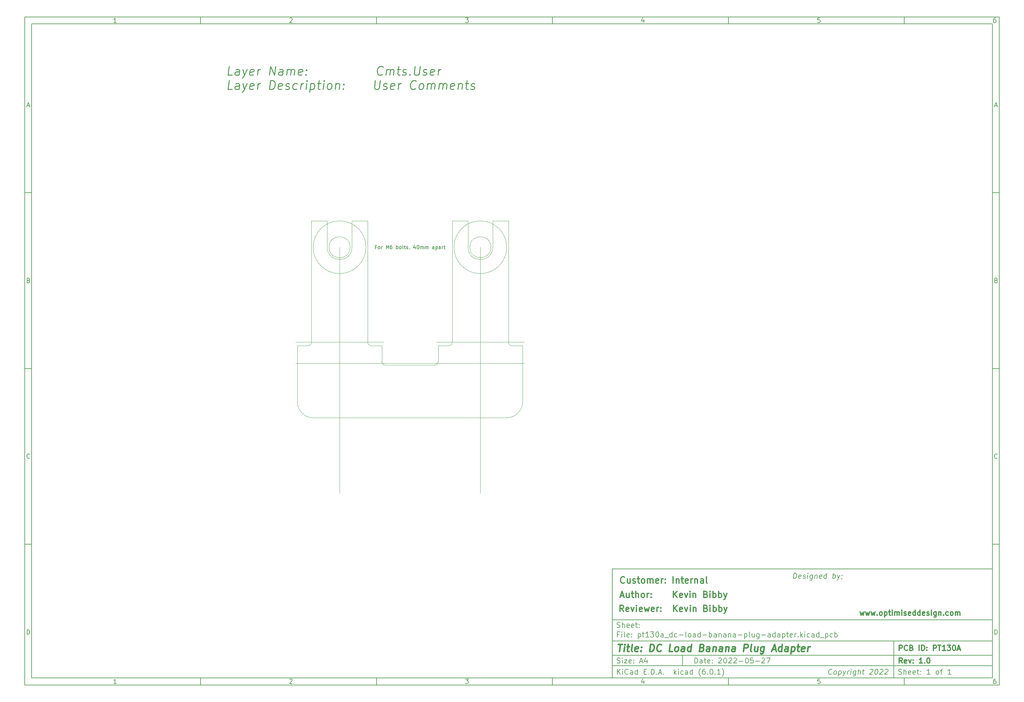
<source format=gbr>
%TF.GenerationSoftware,KiCad,Pcbnew,(6.0.1)*%
%TF.CreationDate,2022-05-27T18:48:01+01:00*%
%TF.ProjectId,pt130a_dc-load-banana-plug-adapter,70743133-3061-45f6-9463-2d6c6f61642d,1.0*%
%TF.SameCoordinates,PX53724e0PY7641700*%
%TF.FileFunction,Other,Comment*%
%FSLAX46Y46*%
G04 Gerber Fmt 4.6, Leading zero omitted, Abs format (unit mm)*
G04 Created by KiCad (PCBNEW (6.0.1)) date 2022-05-27 18:48:01*
%MOMM*%
%LPD*%
G01*
G04 APERTURE LIST*
%ADD10C,0.100000*%
%ADD11C,0.150000*%
%ADD12C,0.300000*%
%ADD13C,0.400000*%
%ADD14C,0.360000*%
%TA.AperFunction,Profile*%
%ADD15C,0.050000*%
%TD*%
%ADD16C,0.250000*%
G04 APERTURE END LIST*
D10*
D11*
X89502200Y-43007200D02*
X89502200Y-74007200D01*
X197502200Y-74007200D01*
X197502200Y-43007200D01*
X89502200Y-43007200D01*
D10*
D11*
X-77500000Y114000000D02*
X-77500000Y-76007200D01*
X199502200Y-76007200D01*
X199502200Y114000000D01*
X-77500000Y114000000D01*
D10*
D11*
X-75500000Y112000000D02*
X-75500000Y-74007200D01*
X197502200Y-74007200D01*
X197502200Y112000000D01*
X-75500000Y112000000D01*
D10*
D11*
X-27500000Y112000000D02*
X-27500000Y114000000D01*
D10*
D11*
X22500000Y112000000D02*
X22500000Y114000000D01*
D10*
D11*
X72500000Y112000000D02*
X72500000Y114000000D01*
D10*
D11*
X122500000Y112000000D02*
X122500000Y114000000D01*
D10*
D11*
X172500000Y112000000D02*
X172500000Y114000000D01*
D10*
D11*
X-51434524Y112411905D02*
X-52177381Y112411905D01*
X-51805953Y112411905D02*
X-51805953Y113711905D01*
X-51929762Y113526191D01*
X-52053572Y113402381D01*
X-52177381Y113340477D01*
D10*
D11*
X-2177381Y113588096D02*
X-2115477Y113650000D01*
X-1991667Y113711905D01*
X-1682143Y113711905D01*
X-1558334Y113650000D01*
X-1496429Y113588096D01*
X-1434524Y113464286D01*
X-1434524Y113340477D01*
X-1496429Y113154762D01*
X-2239286Y112411905D01*
X-1434524Y112411905D01*
D10*
D11*
X47760714Y113711905D02*
X48565476Y113711905D01*
X48132142Y113216667D01*
X48317857Y113216667D01*
X48441666Y113154762D01*
X48503571Y113092858D01*
X48565476Y112969048D01*
X48565476Y112659524D01*
X48503571Y112535715D01*
X48441666Y112473810D01*
X48317857Y112411905D01*
X47946428Y112411905D01*
X47822619Y112473810D01*
X47760714Y112535715D01*
D10*
D11*
X98441666Y113278572D02*
X98441666Y112411905D01*
X98132142Y113773810D02*
X97822619Y112845239D01*
X98627380Y112845239D01*
D10*
D11*
X148503571Y113711905D02*
X147884523Y113711905D01*
X147822619Y113092858D01*
X147884523Y113154762D01*
X148008333Y113216667D01*
X148317857Y113216667D01*
X148441666Y113154762D01*
X148503571Y113092858D01*
X148565476Y112969048D01*
X148565476Y112659524D01*
X148503571Y112535715D01*
X148441666Y112473810D01*
X148317857Y112411905D01*
X148008333Y112411905D01*
X147884523Y112473810D01*
X147822619Y112535715D01*
D10*
D11*
X198441666Y113711905D02*
X198194047Y113711905D01*
X198070238Y113650000D01*
X198008333Y113588096D01*
X197884523Y113402381D01*
X197822619Y113154762D01*
X197822619Y112659524D01*
X197884523Y112535715D01*
X197946428Y112473810D01*
X198070238Y112411905D01*
X198317857Y112411905D01*
X198441666Y112473810D01*
X198503571Y112535715D01*
X198565476Y112659524D01*
X198565476Y112969048D01*
X198503571Y113092858D01*
X198441666Y113154762D01*
X198317857Y113216667D01*
X198070238Y113216667D01*
X197946428Y113154762D01*
X197884523Y113092858D01*
X197822619Y112969048D01*
D10*
D11*
X-27500000Y-74007200D02*
X-27500000Y-76007200D01*
D10*
D11*
X22500000Y-74007200D02*
X22500000Y-76007200D01*
D10*
D11*
X72500000Y-74007200D02*
X72500000Y-76007200D01*
D10*
D11*
X122500000Y-74007200D02*
X122500000Y-76007200D01*
D10*
D11*
X172500000Y-74007200D02*
X172500000Y-76007200D01*
D10*
D11*
X-51434524Y-75595295D02*
X-52177381Y-75595295D01*
X-51805953Y-75595295D02*
X-51805953Y-74295295D01*
X-51929762Y-74481009D01*
X-52053572Y-74604819D01*
X-52177381Y-74666723D01*
D10*
D11*
X-2177381Y-74419104D02*
X-2115477Y-74357200D01*
X-1991667Y-74295295D01*
X-1682143Y-74295295D01*
X-1558334Y-74357200D01*
X-1496429Y-74419104D01*
X-1434524Y-74542914D01*
X-1434524Y-74666723D01*
X-1496429Y-74852438D01*
X-2239286Y-75595295D01*
X-1434524Y-75595295D01*
D10*
D11*
X47760714Y-74295295D02*
X48565476Y-74295295D01*
X48132142Y-74790533D01*
X48317857Y-74790533D01*
X48441666Y-74852438D01*
X48503571Y-74914342D01*
X48565476Y-75038152D01*
X48565476Y-75347676D01*
X48503571Y-75471485D01*
X48441666Y-75533390D01*
X48317857Y-75595295D01*
X47946428Y-75595295D01*
X47822619Y-75533390D01*
X47760714Y-75471485D01*
D10*
D11*
X98441666Y-74728628D02*
X98441666Y-75595295D01*
X98132142Y-74233390D02*
X97822619Y-75161961D01*
X98627380Y-75161961D01*
D10*
D11*
X148503571Y-74295295D02*
X147884523Y-74295295D01*
X147822619Y-74914342D01*
X147884523Y-74852438D01*
X148008333Y-74790533D01*
X148317857Y-74790533D01*
X148441666Y-74852438D01*
X148503571Y-74914342D01*
X148565476Y-75038152D01*
X148565476Y-75347676D01*
X148503571Y-75471485D01*
X148441666Y-75533390D01*
X148317857Y-75595295D01*
X148008333Y-75595295D01*
X147884523Y-75533390D01*
X147822619Y-75471485D01*
D10*
D11*
X198441666Y-74295295D02*
X198194047Y-74295295D01*
X198070238Y-74357200D01*
X198008333Y-74419104D01*
X197884523Y-74604819D01*
X197822619Y-74852438D01*
X197822619Y-75347676D01*
X197884523Y-75471485D01*
X197946428Y-75533390D01*
X198070238Y-75595295D01*
X198317857Y-75595295D01*
X198441666Y-75533390D01*
X198503571Y-75471485D01*
X198565476Y-75347676D01*
X198565476Y-75038152D01*
X198503571Y-74914342D01*
X198441666Y-74852438D01*
X198317857Y-74790533D01*
X198070238Y-74790533D01*
X197946428Y-74852438D01*
X197884523Y-74914342D01*
X197822619Y-75038152D01*
D10*
D11*
X-77500000Y64000000D02*
X-75500000Y64000000D01*
D10*
D11*
X-77500000Y14000000D02*
X-75500000Y14000000D01*
D10*
D11*
X-77500000Y-36000000D02*
X-75500000Y-36000000D01*
D10*
D11*
X-76809524Y88783334D02*
X-76190477Y88783334D01*
X-76933334Y88411905D02*
X-76500000Y89711905D01*
X-76066667Y88411905D01*
D10*
D11*
X-76407143Y39092858D02*
X-76221429Y39030953D01*
X-76159524Y38969048D01*
X-76097620Y38845239D01*
X-76097620Y38659524D01*
X-76159524Y38535715D01*
X-76221429Y38473810D01*
X-76345239Y38411905D01*
X-76840477Y38411905D01*
X-76840477Y39711905D01*
X-76407143Y39711905D01*
X-76283334Y39650000D01*
X-76221429Y39588096D01*
X-76159524Y39464286D01*
X-76159524Y39340477D01*
X-76221429Y39216667D01*
X-76283334Y39154762D01*
X-76407143Y39092858D01*
X-76840477Y39092858D01*
D10*
D11*
X-76097620Y-11464285D02*
X-76159524Y-11526190D01*
X-76345239Y-11588095D01*
X-76469048Y-11588095D01*
X-76654762Y-11526190D01*
X-76778572Y-11402380D01*
X-76840477Y-11278571D01*
X-76902381Y-11030952D01*
X-76902381Y-10845238D01*
X-76840477Y-10597619D01*
X-76778572Y-10473809D01*
X-76654762Y-10350000D01*
X-76469048Y-10288095D01*
X-76345239Y-10288095D01*
X-76159524Y-10350000D01*
X-76097620Y-10411904D01*
D10*
D11*
X-76840477Y-61588095D02*
X-76840477Y-60288095D01*
X-76530953Y-60288095D01*
X-76345239Y-60350000D01*
X-76221429Y-60473809D01*
X-76159524Y-60597619D01*
X-76097620Y-60845238D01*
X-76097620Y-61030952D01*
X-76159524Y-61278571D01*
X-76221429Y-61402380D01*
X-76345239Y-61526190D01*
X-76530953Y-61588095D01*
X-76840477Y-61588095D01*
D10*
D11*
X199502200Y64000000D02*
X197502200Y64000000D01*
D10*
D11*
X199502200Y14000000D02*
X197502200Y14000000D01*
D10*
D11*
X199502200Y-36000000D02*
X197502200Y-36000000D01*
D10*
D11*
X198192676Y88783334D02*
X198811723Y88783334D01*
X198068866Y88411905D02*
X198502200Y89711905D01*
X198935533Y88411905D01*
D10*
D11*
X198595057Y39092858D02*
X198780771Y39030953D01*
X198842676Y38969048D01*
X198904580Y38845239D01*
X198904580Y38659524D01*
X198842676Y38535715D01*
X198780771Y38473810D01*
X198656961Y38411905D01*
X198161723Y38411905D01*
X198161723Y39711905D01*
X198595057Y39711905D01*
X198718866Y39650000D01*
X198780771Y39588096D01*
X198842676Y39464286D01*
X198842676Y39340477D01*
X198780771Y39216667D01*
X198718866Y39154762D01*
X198595057Y39092858D01*
X198161723Y39092858D01*
D10*
D11*
X198904580Y-11464285D02*
X198842676Y-11526190D01*
X198656961Y-11588095D01*
X198533152Y-11588095D01*
X198347438Y-11526190D01*
X198223628Y-11402380D01*
X198161723Y-11278571D01*
X198099819Y-11030952D01*
X198099819Y-10845238D01*
X198161723Y-10597619D01*
X198223628Y-10473809D01*
X198347438Y-10350000D01*
X198533152Y-10288095D01*
X198656961Y-10288095D01*
X198842676Y-10350000D01*
X198904580Y-10411904D01*
D10*
D11*
X198161723Y-61588095D02*
X198161723Y-60288095D01*
X198471247Y-60288095D01*
X198656961Y-60350000D01*
X198780771Y-60473809D01*
X198842676Y-60597619D01*
X198904580Y-60845238D01*
X198904580Y-61030952D01*
X198842676Y-61278571D01*
X198780771Y-61402380D01*
X198656961Y-61526190D01*
X198471247Y-61588095D01*
X198161723Y-61588095D01*
D10*
D11*
X112934342Y-69785771D02*
X112934342Y-68285771D01*
X113291485Y-68285771D01*
X113505771Y-68357200D01*
X113648628Y-68500057D01*
X113720057Y-68642914D01*
X113791485Y-68928628D01*
X113791485Y-69142914D01*
X113720057Y-69428628D01*
X113648628Y-69571485D01*
X113505771Y-69714342D01*
X113291485Y-69785771D01*
X112934342Y-69785771D01*
X115077200Y-69785771D02*
X115077200Y-69000057D01*
X115005771Y-68857200D01*
X114862914Y-68785771D01*
X114577200Y-68785771D01*
X114434342Y-68857200D01*
X115077200Y-69714342D02*
X114934342Y-69785771D01*
X114577200Y-69785771D01*
X114434342Y-69714342D01*
X114362914Y-69571485D01*
X114362914Y-69428628D01*
X114434342Y-69285771D01*
X114577200Y-69214342D01*
X114934342Y-69214342D01*
X115077200Y-69142914D01*
X115577200Y-68785771D02*
X116148628Y-68785771D01*
X115791485Y-68285771D02*
X115791485Y-69571485D01*
X115862914Y-69714342D01*
X116005771Y-69785771D01*
X116148628Y-69785771D01*
X117220057Y-69714342D02*
X117077200Y-69785771D01*
X116791485Y-69785771D01*
X116648628Y-69714342D01*
X116577200Y-69571485D01*
X116577200Y-69000057D01*
X116648628Y-68857200D01*
X116791485Y-68785771D01*
X117077200Y-68785771D01*
X117220057Y-68857200D01*
X117291485Y-69000057D01*
X117291485Y-69142914D01*
X116577200Y-69285771D01*
X117934342Y-69642914D02*
X118005771Y-69714342D01*
X117934342Y-69785771D01*
X117862914Y-69714342D01*
X117934342Y-69642914D01*
X117934342Y-69785771D01*
X117934342Y-68857200D02*
X118005771Y-68928628D01*
X117934342Y-69000057D01*
X117862914Y-68928628D01*
X117934342Y-68857200D01*
X117934342Y-69000057D01*
X119720057Y-68428628D02*
X119791485Y-68357200D01*
X119934342Y-68285771D01*
X120291485Y-68285771D01*
X120434342Y-68357200D01*
X120505771Y-68428628D01*
X120577200Y-68571485D01*
X120577200Y-68714342D01*
X120505771Y-68928628D01*
X119648628Y-69785771D01*
X120577200Y-69785771D01*
X121505771Y-68285771D02*
X121648628Y-68285771D01*
X121791485Y-68357200D01*
X121862914Y-68428628D01*
X121934342Y-68571485D01*
X122005771Y-68857200D01*
X122005771Y-69214342D01*
X121934342Y-69500057D01*
X121862914Y-69642914D01*
X121791485Y-69714342D01*
X121648628Y-69785771D01*
X121505771Y-69785771D01*
X121362914Y-69714342D01*
X121291485Y-69642914D01*
X121220057Y-69500057D01*
X121148628Y-69214342D01*
X121148628Y-68857200D01*
X121220057Y-68571485D01*
X121291485Y-68428628D01*
X121362914Y-68357200D01*
X121505771Y-68285771D01*
X122577200Y-68428628D02*
X122648628Y-68357200D01*
X122791485Y-68285771D01*
X123148628Y-68285771D01*
X123291485Y-68357200D01*
X123362914Y-68428628D01*
X123434342Y-68571485D01*
X123434342Y-68714342D01*
X123362914Y-68928628D01*
X122505771Y-69785771D01*
X123434342Y-69785771D01*
X124005771Y-68428628D02*
X124077200Y-68357200D01*
X124220057Y-68285771D01*
X124577200Y-68285771D01*
X124720057Y-68357200D01*
X124791485Y-68428628D01*
X124862914Y-68571485D01*
X124862914Y-68714342D01*
X124791485Y-68928628D01*
X123934342Y-69785771D01*
X124862914Y-69785771D01*
X125505771Y-69214342D02*
X126648628Y-69214342D01*
X127648628Y-68285771D02*
X127791485Y-68285771D01*
X127934342Y-68357200D01*
X128005771Y-68428628D01*
X128077200Y-68571485D01*
X128148628Y-68857200D01*
X128148628Y-69214342D01*
X128077200Y-69500057D01*
X128005771Y-69642914D01*
X127934342Y-69714342D01*
X127791485Y-69785771D01*
X127648628Y-69785771D01*
X127505771Y-69714342D01*
X127434342Y-69642914D01*
X127362914Y-69500057D01*
X127291485Y-69214342D01*
X127291485Y-68857200D01*
X127362914Y-68571485D01*
X127434342Y-68428628D01*
X127505771Y-68357200D01*
X127648628Y-68285771D01*
X129505771Y-68285771D02*
X128791485Y-68285771D01*
X128720057Y-69000057D01*
X128791485Y-68928628D01*
X128934342Y-68857200D01*
X129291485Y-68857200D01*
X129434342Y-68928628D01*
X129505771Y-69000057D01*
X129577200Y-69142914D01*
X129577200Y-69500057D01*
X129505771Y-69642914D01*
X129434342Y-69714342D01*
X129291485Y-69785771D01*
X128934342Y-69785771D01*
X128791485Y-69714342D01*
X128720057Y-69642914D01*
X130220057Y-69214342D02*
X131362914Y-69214342D01*
X132005771Y-68428628D02*
X132077200Y-68357200D01*
X132220057Y-68285771D01*
X132577200Y-68285771D01*
X132720057Y-68357200D01*
X132791485Y-68428628D01*
X132862914Y-68571485D01*
X132862914Y-68714342D01*
X132791485Y-68928628D01*
X131934342Y-69785771D01*
X132862914Y-69785771D01*
X133362914Y-68285771D02*
X134362914Y-68285771D01*
X133720057Y-69785771D01*
D10*
D11*
X89502200Y-70507200D02*
X197502200Y-70507200D01*
D10*
D11*
X90934342Y-72985771D02*
X90934342Y-71485771D01*
X91791485Y-72985771D02*
X91148628Y-72128628D01*
X91791485Y-71485771D02*
X90934342Y-72342914D01*
X92434342Y-72985771D02*
X92434342Y-71985771D01*
X92434342Y-71485771D02*
X92362914Y-71557200D01*
X92434342Y-71628628D01*
X92505771Y-71557200D01*
X92434342Y-71485771D01*
X92434342Y-71628628D01*
X94005771Y-72842914D02*
X93934342Y-72914342D01*
X93720057Y-72985771D01*
X93577200Y-72985771D01*
X93362914Y-72914342D01*
X93220057Y-72771485D01*
X93148628Y-72628628D01*
X93077200Y-72342914D01*
X93077200Y-72128628D01*
X93148628Y-71842914D01*
X93220057Y-71700057D01*
X93362914Y-71557200D01*
X93577200Y-71485771D01*
X93720057Y-71485771D01*
X93934342Y-71557200D01*
X94005771Y-71628628D01*
X95291485Y-72985771D02*
X95291485Y-72200057D01*
X95220057Y-72057200D01*
X95077200Y-71985771D01*
X94791485Y-71985771D01*
X94648628Y-72057200D01*
X95291485Y-72914342D02*
X95148628Y-72985771D01*
X94791485Y-72985771D01*
X94648628Y-72914342D01*
X94577200Y-72771485D01*
X94577200Y-72628628D01*
X94648628Y-72485771D01*
X94791485Y-72414342D01*
X95148628Y-72414342D01*
X95291485Y-72342914D01*
X96648628Y-72985771D02*
X96648628Y-71485771D01*
X96648628Y-72914342D02*
X96505771Y-72985771D01*
X96220057Y-72985771D01*
X96077200Y-72914342D01*
X96005771Y-72842914D01*
X95934342Y-72700057D01*
X95934342Y-72271485D01*
X96005771Y-72128628D01*
X96077200Y-72057200D01*
X96220057Y-71985771D01*
X96505771Y-71985771D01*
X96648628Y-72057200D01*
X98505771Y-72200057D02*
X99005771Y-72200057D01*
X99220057Y-72985771D02*
X98505771Y-72985771D01*
X98505771Y-71485771D01*
X99220057Y-71485771D01*
X99862914Y-72842914D02*
X99934342Y-72914342D01*
X99862914Y-72985771D01*
X99791485Y-72914342D01*
X99862914Y-72842914D01*
X99862914Y-72985771D01*
X100577200Y-72985771D02*
X100577200Y-71485771D01*
X100934342Y-71485771D01*
X101148628Y-71557200D01*
X101291485Y-71700057D01*
X101362914Y-71842914D01*
X101434342Y-72128628D01*
X101434342Y-72342914D01*
X101362914Y-72628628D01*
X101291485Y-72771485D01*
X101148628Y-72914342D01*
X100934342Y-72985771D01*
X100577200Y-72985771D01*
X102077200Y-72842914D02*
X102148628Y-72914342D01*
X102077200Y-72985771D01*
X102005771Y-72914342D01*
X102077200Y-72842914D01*
X102077200Y-72985771D01*
X102720057Y-72557200D02*
X103434342Y-72557200D01*
X102577200Y-72985771D02*
X103077200Y-71485771D01*
X103577200Y-72985771D01*
X104077200Y-72842914D02*
X104148628Y-72914342D01*
X104077200Y-72985771D01*
X104005771Y-72914342D01*
X104077200Y-72842914D01*
X104077200Y-72985771D01*
X107077200Y-72985771D02*
X107077200Y-71485771D01*
X107220057Y-72414342D02*
X107648628Y-72985771D01*
X107648628Y-71985771D02*
X107077200Y-72557200D01*
X108291485Y-72985771D02*
X108291485Y-71985771D01*
X108291485Y-71485771D02*
X108220057Y-71557200D01*
X108291485Y-71628628D01*
X108362914Y-71557200D01*
X108291485Y-71485771D01*
X108291485Y-71628628D01*
X109648628Y-72914342D02*
X109505771Y-72985771D01*
X109220057Y-72985771D01*
X109077200Y-72914342D01*
X109005771Y-72842914D01*
X108934342Y-72700057D01*
X108934342Y-72271485D01*
X109005771Y-72128628D01*
X109077200Y-72057200D01*
X109220057Y-71985771D01*
X109505771Y-71985771D01*
X109648628Y-72057200D01*
X110934342Y-72985771D02*
X110934342Y-72200057D01*
X110862914Y-72057200D01*
X110720057Y-71985771D01*
X110434342Y-71985771D01*
X110291485Y-72057200D01*
X110934342Y-72914342D02*
X110791485Y-72985771D01*
X110434342Y-72985771D01*
X110291485Y-72914342D01*
X110220057Y-72771485D01*
X110220057Y-72628628D01*
X110291485Y-72485771D01*
X110434342Y-72414342D01*
X110791485Y-72414342D01*
X110934342Y-72342914D01*
X112291485Y-72985771D02*
X112291485Y-71485771D01*
X112291485Y-72914342D02*
X112148628Y-72985771D01*
X111862914Y-72985771D01*
X111720057Y-72914342D01*
X111648628Y-72842914D01*
X111577200Y-72700057D01*
X111577200Y-72271485D01*
X111648628Y-72128628D01*
X111720057Y-72057200D01*
X111862914Y-71985771D01*
X112148628Y-71985771D01*
X112291485Y-72057200D01*
X114577200Y-73557200D02*
X114505771Y-73485771D01*
X114362914Y-73271485D01*
X114291485Y-73128628D01*
X114220057Y-72914342D01*
X114148628Y-72557200D01*
X114148628Y-72271485D01*
X114220057Y-71914342D01*
X114291485Y-71700057D01*
X114362914Y-71557200D01*
X114505771Y-71342914D01*
X114577200Y-71271485D01*
X115791485Y-71485771D02*
X115505771Y-71485771D01*
X115362914Y-71557200D01*
X115291485Y-71628628D01*
X115148628Y-71842914D01*
X115077200Y-72128628D01*
X115077200Y-72700057D01*
X115148628Y-72842914D01*
X115220057Y-72914342D01*
X115362914Y-72985771D01*
X115648628Y-72985771D01*
X115791485Y-72914342D01*
X115862914Y-72842914D01*
X115934342Y-72700057D01*
X115934342Y-72342914D01*
X115862914Y-72200057D01*
X115791485Y-72128628D01*
X115648628Y-72057200D01*
X115362914Y-72057200D01*
X115220057Y-72128628D01*
X115148628Y-72200057D01*
X115077200Y-72342914D01*
X116577200Y-72842914D02*
X116648628Y-72914342D01*
X116577200Y-72985771D01*
X116505771Y-72914342D01*
X116577200Y-72842914D01*
X116577200Y-72985771D01*
X117577200Y-71485771D02*
X117720057Y-71485771D01*
X117862914Y-71557200D01*
X117934342Y-71628628D01*
X118005771Y-71771485D01*
X118077200Y-72057200D01*
X118077200Y-72414342D01*
X118005771Y-72700057D01*
X117934342Y-72842914D01*
X117862914Y-72914342D01*
X117720057Y-72985771D01*
X117577200Y-72985771D01*
X117434342Y-72914342D01*
X117362914Y-72842914D01*
X117291485Y-72700057D01*
X117220057Y-72414342D01*
X117220057Y-72057200D01*
X117291485Y-71771485D01*
X117362914Y-71628628D01*
X117434342Y-71557200D01*
X117577200Y-71485771D01*
X118720057Y-72842914D02*
X118791485Y-72914342D01*
X118720057Y-72985771D01*
X118648628Y-72914342D01*
X118720057Y-72842914D01*
X118720057Y-72985771D01*
X120220057Y-72985771D02*
X119362914Y-72985771D01*
X119791485Y-72985771D02*
X119791485Y-71485771D01*
X119648628Y-71700057D01*
X119505771Y-71842914D01*
X119362914Y-71914342D01*
X120720057Y-73557200D02*
X120791485Y-73485771D01*
X120934342Y-73271485D01*
X121005771Y-73128628D01*
X121077200Y-72914342D01*
X121148628Y-72557200D01*
X121148628Y-72271485D01*
X121077200Y-71914342D01*
X121005771Y-71700057D01*
X120934342Y-71557200D01*
X120791485Y-71342914D01*
X120720057Y-71271485D01*
D10*
D11*
X89502000Y-67507000D02*
X197502000Y-67507000D01*
D10*
D11*
X151816271Y-72842914D02*
X151735914Y-72914342D01*
X151512700Y-72985771D01*
X151369842Y-72985771D01*
X151164485Y-72914342D01*
X151039485Y-72771485D01*
X150985914Y-72628628D01*
X150950200Y-72342914D01*
X150976985Y-72128628D01*
X151084128Y-71842914D01*
X151173414Y-71700057D01*
X151334128Y-71557200D01*
X151557342Y-71485771D01*
X151700200Y-71485771D01*
X151905557Y-71557200D01*
X151968057Y-71628628D01*
X152655557Y-72985771D02*
X152521628Y-72914342D01*
X152459128Y-72842914D01*
X152405557Y-72700057D01*
X152459128Y-72271485D01*
X152548414Y-72128628D01*
X152628771Y-72057200D01*
X152780557Y-71985771D01*
X152994842Y-71985771D01*
X153128771Y-72057200D01*
X153191271Y-72128628D01*
X153244842Y-72271485D01*
X153191271Y-72700057D01*
X153101985Y-72842914D01*
X153021628Y-72914342D01*
X152869842Y-72985771D01*
X152655557Y-72985771D01*
X153923414Y-71985771D02*
X153735914Y-73485771D01*
X153914485Y-72057200D02*
X154066271Y-71985771D01*
X154351985Y-71985771D01*
X154485914Y-72057200D01*
X154548414Y-72128628D01*
X154601985Y-72271485D01*
X154548414Y-72700057D01*
X154459128Y-72842914D01*
X154378771Y-72914342D01*
X154226985Y-72985771D01*
X153941271Y-72985771D01*
X153807342Y-72914342D01*
X155137700Y-71985771D02*
X155369842Y-72985771D01*
X155851985Y-71985771D02*
X155369842Y-72985771D01*
X155182342Y-73342914D01*
X155101985Y-73414342D01*
X154950200Y-73485771D01*
X156298414Y-72985771D02*
X156423414Y-71985771D01*
X156387700Y-72271485D02*
X156476985Y-72128628D01*
X156557342Y-72057200D01*
X156709128Y-71985771D01*
X156851985Y-71985771D01*
X157226985Y-72985771D02*
X157351985Y-71985771D01*
X157414485Y-71485771D02*
X157334128Y-71557200D01*
X157396628Y-71628628D01*
X157476985Y-71557200D01*
X157414485Y-71485771D01*
X157396628Y-71628628D01*
X158709128Y-71985771D02*
X158557342Y-73200057D01*
X158468057Y-73342914D01*
X158387700Y-73414342D01*
X158235914Y-73485771D01*
X158021628Y-73485771D01*
X157887700Y-73414342D01*
X158593057Y-72914342D02*
X158441271Y-72985771D01*
X158155557Y-72985771D01*
X158021628Y-72914342D01*
X157959128Y-72842914D01*
X157905557Y-72700057D01*
X157959128Y-72271485D01*
X158048414Y-72128628D01*
X158128771Y-72057200D01*
X158280557Y-71985771D01*
X158566271Y-71985771D01*
X158700200Y-72057200D01*
X159298414Y-72985771D02*
X159485914Y-71485771D01*
X159941271Y-72985771D02*
X160039485Y-72200057D01*
X159985914Y-72057200D01*
X159851985Y-71985771D01*
X159637700Y-71985771D01*
X159485914Y-72057200D01*
X159405557Y-72128628D01*
X160566271Y-71985771D02*
X161137700Y-71985771D01*
X160843057Y-71485771D02*
X160682342Y-72771485D01*
X160735914Y-72914342D01*
X160869842Y-72985771D01*
X161012700Y-72985771D01*
X162753771Y-71628628D02*
X162834128Y-71557200D01*
X162985914Y-71485771D01*
X163343057Y-71485771D01*
X163476985Y-71557200D01*
X163539485Y-71628628D01*
X163593057Y-71771485D01*
X163575200Y-71914342D01*
X163476985Y-72128628D01*
X162512700Y-72985771D01*
X163441271Y-72985771D01*
X164557342Y-71485771D02*
X164700200Y-71485771D01*
X164834128Y-71557200D01*
X164896628Y-71628628D01*
X164950200Y-71771485D01*
X164985914Y-72057200D01*
X164941271Y-72414342D01*
X164834128Y-72700057D01*
X164744842Y-72842914D01*
X164664485Y-72914342D01*
X164512700Y-72985771D01*
X164369842Y-72985771D01*
X164235914Y-72914342D01*
X164173414Y-72842914D01*
X164119842Y-72700057D01*
X164084128Y-72414342D01*
X164128771Y-72057200D01*
X164235914Y-71771485D01*
X164325200Y-71628628D01*
X164405557Y-71557200D01*
X164557342Y-71485771D01*
X165610914Y-71628628D02*
X165691271Y-71557200D01*
X165843057Y-71485771D01*
X166200200Y-71485771D01*
X166334128Y-71557200D01*
X166396628Y-71628628D01*
X166450200Y-71771485D01*
X166432342Y-71914342D01*
X166334128Y-72128628D01*
X165369842Y-72985771D01*
X166298414Y-72985771D01*
X167039485Y-71628628D02*
X167119842Y-71557200D01*
X167271628Y-71485771D01*
X167628771Y-71485771D01*
X167762700Y-71557200D01*
X167825200Y-71628628D01*
X167878771Y-71771485D01*
X167860914Y-71914342D01*
X167762700Y-72128628D01*
X166798414Y-72985771D01*
X167726985Y-72985771D01*
D10*
D12*
X171052342Y-66185771D02*
X171052342Y-64685771D01*
X171623771Y-64685771D01*
X171766628Y-64757200D01*
X171838057Y-64828628D01*
X171909485Y-64971485D01*
X171909485Y-65185771D01*
X171838057Y-65328628D01*
X171766628Y-65400057D01*
X171623771Y-65471485D01*
X171052342Y-65471485D01*
X173409485Y-66042914D02*
X173338057Y-66114342D01*
X173123771Y-66185771D01*
X172980914Y-66185771D01*
X172766628Y-66114342D01*
X172623771Y-65971485D01*
X172552342Y-65828628D01*
X172480914Y-65542914D01*
X172480914Y-65328628D01*
X172552342Y-65042914D01*
X172623771Y-64900057D01*
X172766628Y-64757200D01*
X172980914Y-64685771D01*
X173123771Y-64685771D01*
X173338057Y-64757200D01*
X173409485Y-64828628D01*
X174552342Y-65400057D02*
X174766628Y-65471485D01*
X174838057Y-65542914D01*
X174909485Y-65685771D01*
X174909485Y-65900057D01*
X174838057Y-66042914D01*
X174766628Y-66114342D01*
X174623771Y-66185771D01*
X174052342Y-66185771D01*
X174052342Y-64685771D01*
X174552342Y-64685771D01*
X174695200Y-64757200D01*
X174766628Y-64828628D01*
X174838057Y-64971485D01*
X174838057Y-65114342D01*
X174766628Y-65257200D01*
X174695200Y-65328628D01*
X174552342Y-65400057D01*
X174052342Y-65400057D01*
X176695200Y-66185771D02*
X176695200Y-64685771D01*
X177409485Y-66185771D02*
X177409485Y-64685771D01*
X177766628Y-64685771D01*
X177980914Y-64757200D01*
X178123771Y-64900057D01*
X178195200Y-65042914D01*
X178266628Y-65328628D01*
X178266628Y-65542914D01*
X178195200Y-65828628D01*
X178123771Y-65971485D01*
X177980914Y-66114342D01*
X177766628Y-66185771D01*
X177409485Y-66185771D01*
X178909485Y-66042914D02*
X178980914Y-66114342D01*
X178909485Y-66185771D01*
X178838057Y-66114342D01*
X178909485Y-66042914D01*
X178909485Y-66185771D01*
X178909485Y-65257200D02*
X178980914Y-65328628D01*
X178909485Y-65400057D01*
X178838057Y-65328628D01*
X178909485Y-65257200D01*
X178909485Y-65400057D01*
X180766628Y-66185771D02*
X180766628Y-64685771D01*
X181338057Y-64685771D01*
X181480914Y-64757200D01*
X181552342Y-64828628D01*
X181623771Y-64971485D01*
X181623771Y-65185771D01*
X181552342Y-65328628D01*
X181480914Y-65400057D01*
X181338057Y-65471485D01*
X180766628Y-65471485D01*
X182052342Y-64685771D02*
X182909485Y-64685771D01*
X182480914Y-66185771D02*
X182480914Y-64685771D01*
X184195200Y-66185771D02*
X183338057Y-66185771D01*
X183766628Y-66185771D02*
X183766628Y-64685771D01*
X183623771Y-64900057D01*
X183480914Y-65042914D01*
X183338057Y-65114342D01*
X184695200Y-64685771D02*
X185623771Y-64685771D01*
X185123771Y-65257200D01*
X185338057Y-65257200D01*
X185480914Y-65328628D01*
X185552342Y-65400057D01*
X185623771Y-65542914D01*
X185623771Y-65900057D01*
X185552342Y-66042914D01*
X185480914Y-66114342D01*
X185338057Y-66185771D01*
X184909485Y-66185771D01*
X184766628Y-66114342D01*
X184695200Y-66042914D01*
X186552342Y-64685771D02*
X186695200Y-64685771D01*
X186838057Y-64757200D01*
X186909485Y-64828628D01*
X186980914Y-64971485D01*
X187052342Y-65257200D01*
X187052342Y-65614342D01*
X186980914Y-65900057D01*
X186909485Y-66042914D01*
X186838057Y-66114342D01*
X186695200Y-66185771D01*
X186552342Y-66185771D01*
X186409485Y-66114342D01*
X186338057Y-66042914D01*
X186266628Y-65900057D01*
X186195200Y-65614342D01*
X186195200Y-65257200D01*
X186266628Y-64971485D01*
X186338057Y-64828628D01*
X186409485Y-64757200D01*
X186552342Y-64685771D01*
X187623771Y-65757200D02*
X188338057Y-65757200D01*
X187480914Y-66185771D02*
X187980914Y-64685771D01*
X188480914Y-66185771D01*
D10*
D12*
X171911285Y-69785571D02*
X171411285Y-69071285D01*
X171054142Y-69785571D02*
X171054142Y-68285571D01*
X171625571Y-68285571D01*
X171768428Y-68357000D01*
X171839857Y-68428428D01*
X171911285Y-68571285D01*
X171911285Y-68785571D01*
X171839857Y-68928428D01*
X171768428Y-68999857D01*
X171625571Y-69071285D01*
X171054142Y-69071285D01*
X173125571Y-69714142D02*
X172982714Y-69785571D01*
X172697000Y-69785571D01*
X172554142Y-69714142D01*
X172482714Y-69571285D01*
X172482714Y-68999857D01*
X172554142Y-68857000D01*
X172697000Y-68785571D01*
X172982714Y-68785571D01*
X173125571Y-68857000D01*
X173197000Y-68999857D01*
X173197000Y-69142714D01*
X172482714Y-69285571D01*
X173697000Y-68785571D02*
X174054142Y-69785571D01*
X174411285Y-68785571D01*
X174982714Y-69642714D02*
X175054142Y-69714142D01*
X174982714Y-69785571D01*
X174911285Y-69714142D01*
X174982714Y-69642714D01*
X174982714Y-69785571D01*
X174982714Y-68857000D02*
X175054142Y-68928428D01*
X174982714Y-68999857D01*
X174911285Y-68928428D01*
X174982714Y-68857000D01*
X174982714Y-68999857D01*
X177625571Y-69785571D02*
X176768428Y-69785571D01*
X177197000Y-69785571D02*
X177197000Y-68285571D01*
X177054142Y-68499857D01*
X176911285Y-68642714D01*
X176768428Y-68714142D01*
X178268428Y-69642714D02*
X178339857Y-69714142D01*
X178268428Y-69785571D01*
X178197000Y-69714142D01*
X178268428Y-69642714D01*
X178268428Y-69785571D01*
X179268428Y-68285571D02*
X179411285Y-68285571D01*
X179554142Y-68357000D01*
X179625571Y-68428428D01*
X179697000Y-68571285D01*
X179768428Y-68857000D01*
X179768428Y-69214142D01*
X179697000Y-69499857D01*
X179625571Y-69642714D01*
X179554142Y-69714142D01*
X179411285Y-69785571D01*
X179268428Y-69785571D01*
X179125571Y-69714142D01*
X179054142Y-69642714D01*
X178982714Y-69499857D01*
X178911285Y-69214142D01*
X178911285Y-68857000D01*
X178982714Y-68571285D01*
X179054142Y-68428428D01*
X179125571Y-68357000D01*
X179268428Y-68285571D01*
D10*
D11*
X90862914Y-69714342D02*
X91077200Y-69785771D01*
X91434342Y-69785771D01*
X91577200Y-69714342D01*
X91648628Y-69642914D01*
X91720057Y-69500057D01*
X91720057Y-69357200D01*
X91648628Y-69214342D01*
X91577200Y-69142914D01*
X91434342Y-69071485D01*
X91148628Y-69000057D01*
X91005771Y-68928628D01*
X90934342Y-68857200D01*
X90862914Y-68714342D01*
X90862914Y-68571485D01*
X90934342Y-68428628D01*
X91005771Y-68357200D01*
X91148628Y-68285771D01*
X91505771Y-68285771D01*
X91720057Y-68357200D01*
X92362914Y-69785771D02*
X92362914Y-68785771D01*
X92362914Y-68285771D02*
X92291485Y-68357200D01*
X92362914Y-68428628D01*
X92434342Y-68357200D01*
X92362914Y-68285771D01*
X92362914Y-68428628D01*
X92934342Y-68785771D02*
X93720057Y-68785771D01*
X92934342Y-69785771D01*
X93720057Y-69785771D01*
X94862914Y-69714342D02*
X94720057Y-69785771D01*
X94434342Y-69785771D01*
X94291485Y-69714342D01*
X94220057Y-69571485D01*
X94220057Y-69000057D01*
X94291485Y-68857200D01*
X94434342Y-68785771D01*
X94720057Y-68785771D01*
X94862914Y-68857200D01*
X94934342Y-69000057D01*
X94934342Y-69142914D01*
X94220057Y-69285771D01*
X95577200Y-69642914D02*
X95648628Y-69714342D01*
X95577200Y-69785771D01*
X95505771Y-69714342D01*
X95577200Y-69642914D01*
X95577200Y-69785771D01*
X95577200Y-68857200D02*
X95648628Y-68928628D01*
X95577200Y-69000057D01*
X95505771Y-68928628D01*
X95577200Y-68857200D01*
X95577200Y-69000057D01*
X97362914Y-69357200D02*
X98077200Y-69357200D01*
X97220057Y-69785771D02*
X97720057Y-68285771D01*
X98220057Y-69785771D01*
X99362914Y-68785771D02*
X99362914Y-69785771D01*
X99005771Y-68214342D02*
X98648628Y-69285771D01*
X99577200Y-69285771D01*
D10*
D11*
X170862914Y-72914342D02*
X171077200Y-72985771D01*
X171434342Y-72985771D01*
X171577200Y-72914342D01*
X171648628Y-72842914D01*
X171720057Y-72700057D01*
X171720057Y-72557200D01*
X171648628Y-72414342D01*
X171577200Y-72342914D01*
X171434342Y-72271485D01*
X171148628Y-72200057D01*
X171005771Y-72128628D01*
X170934342Y-72057200D01*
X170862914Y-71914342D01*
X170862914Y-71771485D01*
X170934342Y-71628628D01*
X171005771Y-71557200D01*
X171148628Y-71485771D01*
X171505771Y-71485771D01*
X171720057Y-71557200D01*
X172362914Y-72985771D02*
X172362914Y-71485771D01*
X173005771Y-72985771D02*
X173005771Y-72200057D01*
X172934342Y-72057200D01*
X172791485Y-71985771D01*
X172577200Y-71985771D01*
X172434342Y-72057200D01*
X172362914Y-72128628D01*
X174291485Y-72914342D02*
X174148628Y-72985771D01*
X173862914Y-72985771D01*
X173720057Y-72914342D01*
X173648628Y-72771485D01*
X173648628Y-72200057D01*
X173720057Y-72057200D01*
X173862914Y-71985771D01*
X174148628Y-71985771D01*
X174291485Y-72057200D01*
X174362914Y-72200057D01*
X174362914Y-72342914D01*
X173648628Y-72485771D01*
X175577200Y-72914342D02*
X175434342Y-72985771D01*
X175148628Y-72985771D01*
X175005771Y-72914342D01*
X174934342Y-72771485D01*
X174934342Y-72200057D01*
X175005771Y-72057200D01*
X175148628Y-71985771D01*
X175434342Y-71985771D01*
X175577200Y-72057200D01*
X175648628Y-72200057D01*
X175648628Y-72342914D01*
X174934342Y-72485771D01*
X176077200Y-71985771D02*
X176648628Y-71985771D01*
X176291485Y-71485771D02*
X176291485Y-72771485D01*
X176362914Y-72914342D01*
X176505771Y-72985771D01*
X176648628Y-72985771D01*
X177148628Y-72842914D02*
X177220057Y-72914342D01*
X177148628Y-72985771D01*
X177077200Y-72914342D01*
X177148628Y-72842914D01*
X177148628Y-72985771D01*
X177148628Y-72057200D02*
X177220057Y-72128628D01*
X177148628Y-72200057D01*
X177077200Y-72128628D01*
X177148628Y-72057200D01*
X177148628Y-72200057D01*
X179791485Y-72985771D02*
X178934342Y-72985771D01*
X179362914Y-72985771D02*
X179362914Y-71485771D01*
X179220057Y-71700057D01*
X179077200Y-71842914D01*
X178934342Y-71914342D01*
X181791485Y-72985771D02*
X181648628Y-72914342D01*
X181577200Y-72842914D01*
X181505771Y-72700057D01*
X181505771Y-72271485D01*
X181577200Y-72128628D01*
X181648628Y-72057200D01*
X181791485Y-71985771D01*
X182005771Y-71985771D01*
X182148628Y-72057200D01*
X182220057Y-72128628D01*
X182291485Y-72271485D01*
X182291485Y-72700057D01*
X182220057Y-72842914D01*
X182148628Y-72914342D01*
X182005771Y-72985771D01*
X181791485Y-72985771D01*
X182720057Y-71985771D02*
X183291485Y-71985771D01*
X182934342Y-72985771D02*
X182934342Y-71700057D01*
X183005771Y-71557200D01*
X183148628Y-71485771D01*
X183291485Y-71485771D01*
X185720057Y-72985771D02*
X184862914Y-72985771D01*
X185291485Y-72985771D02*
X185291485Y-71485771D01*
X185148628Y-71700057D01*
X185005771Y-71842914D01*
X184862914Y-71914342D01*
D10*
D11*
X89502200Y-63507200D02*
X197502200Y-63507200D01*
D10*
D13*
X91214580Y-64411961D02*
X92357438Y-64411961D01*
X91536009Y-66411961D02*
X91786009Y-64411961D01*
X92774104Y-66411961D02*
X92940771Y-65078628D01*
X93024104Y-64411961D02*
X92916961Y-64507200D01*
X93000295Y-64602438D01*
X93107438Y-64507200D01*
X93024104Y-64411961D01*
X93000295Y-64602438D01*
X93607438Y-65078628D02*
X94369342Y-65078628D01*
X93976485Y-64411961D02*
X93762200Y-66126247D01*
X93833628Y-66316723D01*
X94012200Y-66411961D01*
X94202676Y-66411961D01*
X95155057Y-66411961D02*
X94976485Y-66316723D01*
X94905057Y-66126247D01*
X95119342Y-64411961D01*
X96690771Y-66316723D02*
X96488390Y-66411961D01*
X96107438Y-66411961D01*
X95928866Y-66316723D01*
X95857438Y-66126247D01*
X95952676Y-65364342D01*
X96071723Y-65173866D01*
X96274104Y-65078628D01*
X96655057Y-65078628D01*
X96833628Y-65173866D01*
X96905057Y-65364342D01*
X96881247Y-65554819D01*
X95905057Y-65745295D01*
X97655057Y-66221485D02*
X97738390Y-66316723D01*
X97631247Y-66411961D01*
X97547914Y-66316723D01*
X97655057Y-66221485D01*
X97631247Y-66411961D01*
X97786009Y-65173866D02*
X97869342Y-65269104D01*
X97762200Y-65364342D01*
X97678866Y-65269104D01*
X97786009Y-65173866D01*
X97762200Y-65364342D01*
X100107438Y-66411961D02*
X100357438Y-64411961D01*
X100833628Y-64411961D01*
X101107438Y-64507200D01*
X101274104Y-64697676D01*
X101345533Y-64888152D01*
X101393152Y-65269104D01*
X101357438Y-65554819D01*
X101214580Y-65935771D01*
X101095533Y-66126247D01*
X100881247Y-66316723D01*
X100583628Y-66411961D01*
X100107438Y-66411961D01*
X103274104Y-66221485D02*
X103166961Y-66316723D01*
X102869342Y-66411961D01*
X102678866Y-66411961D01*
X102405057Y-66316723D01*
X102238390Y-66126247D01*
X102166961Y-65935771D01*
X102119342Y-65554819D01*
X102155057Y-65269104D01*
X102297914Y-64888152D01*
X102416961Y-64697676D01*
X102631247Y-64507200D01*
X102928866Y-64411961D01*
X103119342Y-64411961D01*
X103393152Y-64507200D01*
X103476485Y-64602438D01*
X106583628Y-66411961D02*
X105631247Y-66411961D01*
X105881247Y-64411961D01*
X107536009Y-66411961D02*
X107357438Y-66316723D01*
X107274104Y-66221485D01*
X107202676Y-66031009D01*
X107274104Y-65459580D01*
X107393152Y-65269104D01*
X107500295Y-65173866D01*
X107702676Y-65078628D01*
X107988390Y-65078628D01*
X108166961Y-65173866D01*
X108250295Y-65269104D01*
X108321723Y-65459580D01*
X108250295Y-66031009D01*
X108131247Y-66221485D01*
X108024104Y-66316723D01*
X107821723Y-66411961D01*
X107536009Y-66411961D01*
X109916961Y-66411961D02*
X110047914Y-65364342D01*
X109976485Y-65173866D01*
X109797914Y-65078628D01*
X109416961Y-65078628D01*
X109214580Y-65173866D01*
X109928866Y-66316723D02*
X109726485Y-66411961D01*
X109250295Y-66411961D01*
X109071723Y-66316723D01*
X109000295Y-66126247D01*
X109024104Y-65935771D01*
X109143152Y-65745295D01*
X109345533Y-65650057D01*
X109821723Y-65650057D01*
X110024104Y-65554819D01*
X111726485Y-66411961D02*
X111976485Y-64411961D01*
X111738390Y-66316723D02*
X111536009Y-66411961D01*
X111155057Y-66411961D01*
X110976485Y-66316723D01*
X110893152Y-66221485D01*
X110821723Y-66031009D01*
X110893152Y-65459580D01*
X111012200Y-65269104D01*
X111119342Y-65173866D01*
X111321723Y-65078628D01*
X111702676Y-65078628D01*
X111881247Y-65173866D01*
X115000295Y-65364342D02*
X115274104Y-65459580D01*
X115357438Y-65554819D01*
X115428866Y-65745295D01*
X115393152Y-66031009D01*
X115274104Y-66221485D01*
X115166961Y-66316723D01*
X114964580Y-66411961D01*
X114202676Y-66411961D01*
X114452676Y-64411961D01*
X115119342Y-64411961D01*
X115297914Y-64507200D01*
X115381247Y-64602438D01*
X115452676Y-64792914D01*
X115428866Y-64983390D01*
X115309819Y-65173866D01*
X115202676Y-65269104D01*
X115000295Y-65364342D01*
X114333628Y-65364342D01*
X117059819Y-66411961D02*
X117190771Y-65364342D01*
X117119342Y-65173866D01*
X116940771Y-65078628D01*
X116559819Y-65078628D01*
X116357438Y-65173866D01*
X117071723Y-66316723D02*
X116869342Y-66411961D01*
X116393152Y-66411961D01*
X116214580Y-66316723D01*
X116143152Y-66126247D01*
X116166961Y-65935771D01*
X116286009Y-65745295D01*
X116488390Y-65650057D01*
X116964580Y-65650057D01*
X117166961Y-65554819D01*
X118178866Y-65078628D02*
X118012200Y-66411961D01*
X118155057Y-65269104D02*
X118262200Y-65173866D01*
X118464580Y-65078628D01*
X118750295Y-65078628D01*
X118928866Y-65173866D01*
X119000295Y-65364342D01*
X118869342Y-66411961D01*
X120678866Y-66411961D02*
X120809819Y-65364342D01*
X120738390Y-65173866D01*
X120559819Y-65078628D01*
X120178866Y-65078628D01*
X119976485Y-65173866D01*
X120690771Y-66316723D02*
X120488390Y-66411961D01*
X120012200Y-66411961D01*
X119833628Y-66316723D01*
X119762200Y-66126247D01*
X119786009Y-65935771D01*
X119905057Y-65745295D01*
X120107438Y-65650057D01*
X120583628Y-65650057D01*
X120786009Y-65554819D01*
X121797914Y-65078628D02*
X121631247Y-66411961D01*
X121774104Y-65269104D02*
X121881247Y-65173866D01*
X122083628Y-65078628D01*
X122369342Y-65078628D01*
X122547914Y-65173866D01*
X122619342Y-65364342D01*
X122488390Y-66411961D01*
X124297914Y-66411961D02*
X124428866Y-65364342D01*
X124357438Y-65173866D01*
X124178866Y-65078628D01*
X123797914Y-65078628D01*
X123595533Y-65173866D01*
X124309819Y-66316723D02*
X124107438Y-66411961D01*
X123631247Y-66411961D01*
X123452676Y-66316723D01*
X123381247Y-66126247D01*
X123405057Y-65935771D01*
X123524104Y-65745295D01*
X123726485Y-65650057D01*
X124202676Y-65650057D01*
X124405057Y-65554819D01*
X126774104Y-66411961D02*
X127024104Y-64411961D01*
X127786009Y-64411961D01*
X127964580Y-64507200D01*
X128047914Y-64602438D01*
X128119342Y-64792914D01*
X128083628Y-65078628D01*
X127964580Y-65269104D01*
X127857438Y-65364342D01*
X127655057Y-65459580D01*
X126893152Y-65459580D01*
X129059819Y-66411961D02*
X128881247Y-66316723D01*
X128809819Y-66126247D01*
X129024104Y-64411961D01*
X130845533Y-65078628D02*
X130678866Y-66411961D01*
X129988390Y-65078628D02*
X129857438Y-66126247D01*
X129928866Y-66316723D01*
X130107438Y-66411961D01*
X130393152Y-66411961D01*
X130595533Y-66316723D01*
X130702676Y-66221485D01*
X132655057Y-65078628D02*
X132452676Y-66697676D01*
X132333628Y-66888152D01*
X132226485Y-66983390D01*
X132024104Y-67078628D01*
X131738390Y-67078628D01*
X131559819Y-66983390D01*
X132500295Y-66316723D02*
X132297914Y-66411961D01*
X131916961Y-66411961D01*
X131738390Y-66316723D01*
X131655057Y-66221485D01*
X131583628Y-66031009D01*
X131655057Y-65459580D01*
X131774104Y-65269104D01*
X131881247Y-65173866D01*
X132083628Y-65078628D01*
X132464580Y-65078628D01*
X132643152Y-65173866D01*
X134940771Y-65840533D02*
X135893152Y-65840533D01*
X134678866Y-66411961D02*
X135595533Y-64411961D01*
X136012200Y-66411961D01*
X137536009Y-66411961D02*
X137786009Y-64411961D01*
X137547914Y-66316723D02*
X137345533Y-66411961D01*
X136964580Y-66411961D01*
X136786009Y-66316723D01*
X136702676Y-66221485D01*
X136631247Y-66031009D01*
X136702676Y-65459580D01*
X136821723Y-65269104D01*
X136928866Y-65173866D01*
X137131247Y-65078628D01*
X137512200Y-65078628D01*
X137690771Y-65173866D01*
X139345533Y-66411961D02*
X139476485Y-65364342D01*
X139405057Y-65173866D01*
X139226485Y-65078628D01*
X138845533Y-65078628D01*
X138643152Y-65173866D01*
X139357438Y-66316723D02*
X139155057Y-66411961D01*
X138678866Y-66411961D01*
X138500295Y-66316723D01*
X138428866Y-66126247D01*
X138452676Y-65935771D01*
X138571723Y-65745295D01*
X138774104Y-65650057D01*
X139250295Y-65650057D01*
X139452676Y-65554819D01*
X140464580Y-65078628D02*
X140214580Y-67078628D01*
X140452676Y-65173866D02*
X140655057Y-65078628D01*
X141036009Y-65078628D01*
X141214580Y-65173866D01*
X141297914Y-65269104D01*
X141369342Y-65459580D01*
X141297914Y-66031009D01*
X141178866Y-66221485D01*
X141071723Y-66316723D01*
X140869342Y-66411961D01*
X140488390Y-66411961D01*
X140309819Y-66316723D01*
X141988390Y-65078628D02*
X142750295Y-65078628D01*
X142357438Y-64411961D02*
X142143152Y-66126247D01*
X142214580Y-66316723D01*
X142393152Y-66411961D01*
X142583628Y-66411961D01*
X144024104Y-66316723D02*
X143821723Y-66411961D01*
X143440771Y-66411961D01*
X143262199Y-66316723D01*
X143190771Y-66126247D01*
X143286009Y-65364342D01*
X143405057Y-65173866D01*
X143607438Y-65078628D01*
X143988390Y-65078628D01*
X144166961Y-65173866D01*
X144238390Y-65364342D01*
X144214580Y-65554819D01*
X143238390Y-65745295D01*
X144964580Y-66411961D02*
X145131247Y-65078628D01*
X145083628Y-65459580D02*
X145202676Y-65269104D01*
X145309819Y-65173866D01*
X145512199Y-65078628D01*
X145702676Y-65078628D01*
D10*
D11*
X91434342Y-61600057D02*
X90934342Y-61600057D01*
X90934342Y-62385771D02*
X90934342Y-60885771D01*
X91648628Y-60885771D01*
X92220057Y-62385771D02*
X92220057Y-61385771D01*
X92220057Y-60885771D02*
X92148628Y-60957200D01*
X92220057Y-61028628D01*
X92291485Y-60957200D01*
X92220057Y-60885771D01*
X92220057Y-61028628D01*
X93148628Y-62385771D02*
X93005771Y-62314342D01*
X92934342Y-62171485D01*
X92934342Y-60885771D01*
X94291485Y-62314342D02*
X94148628Y-62385771D01*
X93862914Y-62385771D01*
X93720057Y-62314342D01*
X93648628Y-62171485D01*
X93648628Y-61600057D01*
X93720057Y-61457200D01*
X93862914Y-61385771D01*
X94148628Y-61385771D01*
X94291485Y-61457200D01*
X94362914Y-61600057D01*
X94362914Y-61742914D01*
X93648628Y-61885771D01*
X95005771Y-62242914D02*
X95077200Y-62314342D01*
X95005771Y-62385771D01*
X94934342Y-62314342D01*
X95005771Y-62242914D01*
X95005771Y-62385771D01*
X95005771Y-61457200D02*
X95077200Y-61528628D01*
X95005771Y-61600057D01*
X94934342Y-61528628D01*
X95005771Y-61457200D01*
X95005771Y-61600057D01*
X96862914Y-61385771D02*
X96862914Y-62885771D01*
X96862914Y-61457200D02*
X97005771Y-61385771D01*
X97291485Y-61385771D01*
X97434342Y-61457200D01*
X97505771Y-61528628D01*
X97577200Y-61671485D01*
X97577200Y-62100057D01*
X97505771Y-62242914D01*
X97434342Y-62314342D01*
X97291485Y-62385771D01*
X97005771Y-62385771D01*
X96862914Y-62314342D01*
X98005771Y-61385771D02*
X98577200Y-61385771D01*
X98220057Y-60885771D02*
X98220057Y-62171485D01*
X98291485Y-62314342D01*
X98434342Y-62385771D01*
X98577200Y-62385771D01*
X99862914Y-62385771D02*
X99005771Y-62385771D01*
X99434342Y-62385771D02*
X99434342Y-60885771D01*
X99291485Y-61100057D01*
X99148628Y-61242914D01*
X99005771Y-61314342D01*
X100362914Y-60885771D02*
X101291485Y-60885771D01*
X100791485Y-61457200D01*
X101005771Y-61457200D01*
X101148628Y-61528628D01*
X101220057Y-61600057D01*
X101291485Y-61742914D01*
X101291485Y-62100057D01*
X101220057Y-62242914D01*
X101148628Y-62314342D01*
X101005771Y-62385771D01*
X100577200Y-62385771D01*
X100434342Y-62314342D01*
X100362914Y-62242914D01*
X102220057Y-60885771D02*
X102362914Y-60885771D01*
X102505771Y-60957200D01*
X102577200Y-61028628D01*
X102648628Y-61171485D01*
X102720057Y-61457200D01*
X102720057Y-61814342D01*
X102648628Y-62100057D01*
X102577200Y-62242914D01*
X102505771Y-62314342D01*
X102362914Y-62385771D01*
X102220057Y-62385771D01*
X102077200Y-62314342D01*
X102005771Y-62242914D01*
X101934342Y-62100057D01*
X101862914Y-61814342D01*
X101862914Y-61457200D01*
X101934342Y-61171485D01*
X102005771Y-61028628D01*
X102077200Y-60957200D01*
X102220057Y-60885771D01*
X104005771Y-62385771D02*
X104005771Y-61600057D01*
X103934342Y-61457200D01*
X103791485Y-61385771D01*
X103505771Y-61385771D01*
X103362914Y-61457200D01*
X104005771Y-62314342D02*
X103862914Y-62385771D01*
X103505771Y-62385771D01*
X103362914Y-62314342D01*
X103291485Y-62171485D01*
X103291485Y-62028628D01*
X103362914Y-61885771D01*
X103505771Y-61814342D01*
X103862914Y-61814342D01*
X104005771Y-61742914D01*
X104362914Y-62528628D02*
X105505771Y-62528628D01*
X106505771Y-62385771D02*
X106505771Y-60885771D01*
X106505771Y-62314342D02*
X106362914Y-62385771D01*
X106077200Y-62385771D01*
X105934342Y-62314342D01*
X105862914Y-62242914D01*
X105791485Y-62100057D01*
X105791485Y-61671485D01*
X105862914Y-61528628D01*
X105934342Y-61457200D01*
X106077200Y-61385771D01*
X106362914Y-61385771D01*
X106505771Y-61457200D01*
X107862914Y-62314342D02*
X107720057Y-62385771D01*
X107434342Y-62385771D01*
X107291485Y-62314342D01*
X107220057Y-62242914D01*
X107148628Y-62100057D01*
X107148628Y-61671485D01*
X107220057Y-61528628D01*
X107291485Y-61457200D01*
X107434342Y-61385771D01*
X107720057Y-61385771D01*
X107862914Y-61457200D01*
X108505771Y-61814342D02*
X109648628Y-61814342D01*
X110577200Y-62385771D02*
X110434342Y-62314342D01*
X110362914Y-62171485D01*
X110362914Y-60885771D01*
X111362914Y-62385771D02*
X111220057Y-62314342D01*
X111148628Y-62242914D01*
X111077200Y-62100057D01*
X111077200Y-61671485D01*
X111148628Y-61528628D01*
X111220057Y-61457200D01*
X111362914Y-61385771D01*
X111577200Y-61385771D01*
X111720057Y-61457200D01*
X111791485Y-61528628D01*
X111862914Y-61671485D01*
X111862914Y-62100057D01*
X111791485Y-62242914D01*
X111720057Y-62314342D01*
X111577200Y-62385771D01*
X111362914Y-62385771D01*
X113148628Y-62385771D02*
X113148628Y-61600057D01*
X113077200Y-61457200D01*
X112934342Y-61385771D01*
X112648628Y-61385771D01*
X112505771Y-61457200D01*
X113148628Y-62314342D02*
X113005771Y-62385771D01*
X112648628Y-62385771D01*
X112505771Y-62314342D01*
X112434342Y-62171485D01*
X112434342Y-62028628D01*
X112505771Y-61885771D01*
X112648628Y-61814342D01*
X113005771Y-61814342D01*
X113148628Y-61742914D01*
X114505771Y-62385771D02*
X114505771Y-60885771D01*
X114505771Y-62314342D02*
X114362914Y-62385771D01*
X114077200Y-62385771D01*
X113934342Y-62314342D01*
X113862914Y-62242914D01*
X113791485Y-62100057D01*
X113791485Y-61671485D01*
X113862914Y-61528628D01*
X113934342Y-61457200D01*
X114077200Y-61385771D01*
X114362914Y-61385771D01*
X114505771Y-61457200D01*
X115220057Y-61814342D02*
X116362914Y-61814342D01*
X117077200Y-62385771D02*
X117077200Y-60885771D01*
X117077200Y-61457200D02*
X117220057Y-61385771D01*
X117505771Y-61385771D01*
X117648628Y-61457200D01*
X117720057Y-61528628D01*
X117791485Y-61671485D01*
X117791485Y-62100057D01*
X117720057Y-62242914D01*
X117648628Y-62314342D01*
X117505771Y-62385771D01*
X117220057Y-62385771D01*
X117077200Y-62314342D01*
X119077200Y-62385771D02*
X119077200Y-61600057D01*
X119005771Y-61457200D01*
X118862914Y-61385771D01*
X118577200Y-61385771D01*
X118434342Y-61457200D01*
X119077200Y-62314342D02*
X118934342Y-62385771D01*
X118577200Y-62385771D01*
X118434342Y-62314342D01*
X118362914Y-62171485D01*
X118362914Y-62028628D01*
X118434342Y-61885771D01*
X118577200Y-61814342D01*
X118934342Y-61814342D01*
X119077200Y-61742914D01*
X119791485Y-61385771D02*
X119791485Y-62385771D01*
X119791485Y-61528628D02*
X119862914Y-61457200D01*
X120005771Y-61385771D01*
X120220057Y-61385771D01*
X120362914Y-61457200D01*
X120434342Y-61600057D01*
X120434342Y-62385771D01*
X121791485Y-62385771D02*
X121791485Y-61600057D01*
X121720057Y-61457200D01*
X121577200Y-61385771D01*
X121291485Y-61385771D01*
X121148628Y-61457200D01*
X121791485Y-62314342D02*
X121648628Y-62385771D01*
X121291485Y-62385771D01*
X121148628Y-62314342D01*
X121077200Y-62171485D01*
X121077200Y-62028628D01*
X121148628Y-61885771D01*
X121291485Y-61814342D01*
X121648628Y-61814342D01*
X121791485Y-61742914D01*
X122505771Y-61385771D02*
X122505771Y-62385771D01*
X122505771Y-61528628D02*
X122577200Y-61457200D01*
X122720057Y-61385771D01*
X122934342Y-61385771D01*
X123077200Y-61457200D01*
X123148628Y-61600057D01*
X123148628Y-62385771D01*
X124505771Y-62385771D02*
X124505771Y-61600057D01*
X124434342Y-61457200D01*
X124291485Y-61385771D01*
X124005771Y-61385771D01*
X123862914Y-61457200D01*
X124505771Y-62314342D02*
X124362914Y-62385771D01*
X124005771Y-62385771D01*
X123862914Y-62314342D01*
X123791485Y-62171485D01*
X123791485Y-62028628D01*
X123862914Y-61885771D01*
X124005771Y-61814342D01*
X124362914Y-61814342D01*
X124505771Y-61742914D01*
X125220057Y-61814342D02*
X126362914Y-61814342D01*
X127077200Y-61385771D02*
X127077200Y-62885771D01*
X127077200Y-61457200D02*
X127220057Y-61385771D01*
X127505771Y-61385771D01*
X127648628Y-61457200D01*
X127720057Y-61528628D01*
X127791485Y-61671485D01*
X127791485Y-62100057D01*
X127720057Y-62242914D01*
X127648628Y-62314342D01*
X127505771Y-62385771D01*
X127220057Y-62385771D01*
X127077200Y-62314342D01*
X128648628Y-62385771D02*
X128505771Y-62314342D01*
X128434342Y-62171485D01*
X128434342Y-60885771D01*
X129862914Y-61385771D02*
X129862914Y-62385771D01*
X129220057Y-61385771D02*
X129220057Y-62171485D01*
X129291485Y-62314342D01*
X129434342Y-62385771D01*
X129648628Y-62385771D01*
X129791485Y-62314342D01*
X129862914Y-62242914D01*
X131220057Y-61385771D02*
X131220057Y-62600057D01*
X131148628Y-62742914D01*
X131077200Y-62814342D01*
X130934342Y-62885771D01*
X130720057Y-62885771D01*
X130577200Y-62814342D01*
X131220057Y-62314342D02*
X131077200Y-62385771D01*
X130791485Y-62385771D01*
X130648628Y-62314342D01*
X130577200Y-62242914D01*
X130505771Y-62100057D01*
X130505771Y-61671485D01*
X130577200Y-61528628D01*
X130648628Y-61457200D01*
X130791485Y-61385771D01*
X131077200Y-61385771D01*
X131220057Y-61457200D01*
X131934342Y-61814342D02*
X133077200Y-61814342D01*
X134434342Y-62385771D02*
X134434342Y-61600057D01*
X134362914Y-61457200D01*
X134220057Y-61385771D01*
X133934342Y-61385771D01*
X133791485Y-61457200D01*
X134434342Y-62314342D02*
X134291485Y-62385771D01*
X133934342Y-62385771D01*
X133791485Y-62314342D01*
X133720057Y-62171485D01*
X133720057Y-62028628D01*
X133791485Y-61885771D01*
X133934342Y-61814342D01*
X134291485Y-61814342D01*
X134434342Y-61742914D01*
X135791485Y-62385771D02*
X135791485Y-60885771D01*
X135791485Y-62314342D02*
X135648628Y-62385771D01*
X135362914Y-62385771D01*
X135220057Y-62314342D01*
X135148628Y-62242914D01*
X135077200Y-62100057D01*
X135077200Y-61671485D01*
X135148628Y-61528628D01*
X135220057Y-61457200D01*
X135362914Y-61385771D01*
X135648628Y-61385771D01*
X135791485Y-61457200D01*
X137148628Y-62385771D02*
X137148628Y-61600057D01*
X137077200Y-61457200D01*
X136934342Y-61385771D01*
X136648628Y-61385771D01*
X136505771Y-61457200D01*
X137148628Y-62314342D02*
X137005771Y-62385771D01*
X136648628Y-62385771D01*
X136505771Y-62314342D01*
X136434342Y-62171485D01*
X136434342Y-62028628D01*
X136505771Y-61885771D01*
X136648628Y-61814342D01*
X137005771Y-61814342D01*
X137148628Y-61742914D01*
X137862914Y-61385771D02*
X137862914Y-62885771D01*
X137862914Y-61457200D02*
X138005771Y-61385771D01*
X138291485Y-61385771D01*
X138434342Y-61457200D01*
X138505771Y-61528628D01*
X138577200Y-61671485D01*
X138577200Y-62100057D01*
X138505771Y-62242914D01*
X138434342Y-62314342D01*
X138291485Y-62385771D01*
X138005771Y-62385771D01*
X137862914Y-62314342D01*
X139005771Y-61385771D02*
X139577200Y-61385771D01*
X139220057Y-60885771D02*
X139220057Y-62171485D01*
X139291485Y-62314342D01*
X139434342Y-62385771D01*
X139577200Y-62385771D01*
X140648628Y-62314342D02*
X140505771Y-62385771D01*
X140220057Y-62385771D01*
X140077200Y-62314342D01*
X140005771Y-62171485D01*
X140005771Y-61600057D01*
X140077200Y-61457200D01*
X140220057Y-61385771D01*
X140505771Y-61385771D01*
X140648628Y-61457200D01*
X140720057Y-61600057D01*
X140720057Y-61742914D01*
X140005771Y-61885771D01*
X141362914Y-62385771D02*
X141362914Y-61385771D01*
X141362914Y-61671485D02*
X141434342Y-61528628D01*
X141505771Y-61457200D01*
X141648628Y-61385771D01*
X141791485Y-61385771D01*
X142291485Y-62242914D02*
X142362914Y-62314342D01*
X142291485Y-62385771D01*
X142220057Y-62314342D01*
X142291485Y-62242914D01*
X142291485Y-62385771D01*
X143005771Y-62385771D02*
X143005771Y-60885771D01*
X143148628Y-61814342D02*
X143577200Y-62385771D01*
X143577200Y-61385771D02*
X143005771Y-61957200D01*
X144220057Y-62385771D02*
X144220057Y-61385771D01*
X144220057Y-60885771D02*
X144148628Y-60957200D01*
X144220057Y-61028628D01*
X144291485Y-60957200D01*
X144220057Y-60885771D01*
X144220057Y-61028628D01*
X145577200Y-62314342D02*
X145434342Y-62385771D01*
X145148628Y-62385771D01*
X145005771Y-62314342D01*
X144934342Y-62242914D01*
X144862914Y-62100057D01*
X144862914Y-61671485D01*
X144934342Y-61528628D01*
X145005771Y-61457200D01*
X145148628Y-61385771D01*
X145434342Y-61385771D01*
X145577200Y-61457200D01*
X146862914Y-62385771D02*
X146862914Y-61600057D01*
X146791485Y-61457200D01*
X146648628Y-61385771D01*
X146362914Y-61385771D01*
X146220057Y-61457200D01*
X146862914Y-62314342D02*
X146720057Y-62385771D01*
X146362914Y-62385771D01*
X146220057Y-62314342D01*
X146148628Y-62171485D01*
X146148628Y-62028628D01*
X146220057Y-61885771D01*
X146362914Y-61814342D01*
X146720057Y-61814342D01*
X146862914Y-61742914D01*
X148220057Y-62385771D02*
X148220057Y-60885771D01*
X148220057Y-62314342D02*
X148077200Y-62385771D01*
X147791485Y-62385771D01*
X147648628Y-62314342D01*
X147577200Y-62242914D01*
X147505771Y-62100057D01*
X147505771Y-61671485D01*
X147577200Y-61528628D01*
X147648628Y-61457200D01*
X147791485Y-61385771D01*
X148077200Y-61385771D01*
X148220057Y-61457200D01*
X148577200Y-62528628D02*
X149720057Y-62528628D01*
X150077200Y-61385771D02*
X150077200Y-62885771D01*
X150077200Y-61457200D02*
X150220057Y-61385771D01*
X150505771Y-61385771D01*
X150648628Y-61457200D01*
X150720057Y-61528628D01*
X150791485Y-61671485D01*
X150791485Y-62100057D01*
X150720057Y-62242914D01*
X150648628Y-62314342D01*
X150505771Y-62385771D01*
X150220057Y-62385771D01*
X150077200Y-62314342D01*
X152077200Y-62314342D02*
X151934342Y-62385771D01*
X151648628Y-62385771D01*
X151505771Y-62314342D01*
X151434342Y-62242914D01*
X151362914Y-62100057D01*
X151362914Y-61671485D01*
X151434342Y-61528628D01*
X151505771Y-61457200D01*
X151648628Y-61385771D01*
X151934342Y-61385771D01*
X152077200Y-61457200D01*
X152720057Y-62385771D02*
X152720057Y-60885771D01*
X152720057Y-61457200D02*
X152862914Y-61385771D01*
X153148628Y-61385771D01*
X153291485Y-61457200D01*
X153362914Y-61528628D01*
X153434342Y-61671485D01*
X153434342Y-62100057D01*
X153362914Y-62242914D01*
X153291485Y-62314342D01*
X153148628Y-62385771D01*
X152862914Y-62385771D01*
X152720057Y-62314342D01*
D10*
D11*
X89502200Y-57507200D02*
X197502200Y-57507200D01*
D10*
D11*
X90862914Y-59614342D02*
X91077200Y-59685771D01*
X91434342Y-59685771D01*
X91577200Y-59614342D01*
X91648628Y-59542914D01*
X91720057Y-59400057D01*
X91720057Y-59257200D01*
X91648628Y-59114342D01*
X91577200Y-59042914D01*
X91434342Y-58971485D01*
X91148628Y-58900057D01*
X91005771Y-58828628D01*
X90934342Y-58757200D01*
X90862914Y-58614342D01*
X90862914Y-58471485D01*
X90934342Y-58328628D01*
X91005771Y-58257200D01*
X91148628Y-58185771D01*
X91505771Y-58185771D01*
X91720057Y-58257200D01*
X92362914Y-59685771D02*
X92362914Y-58185771D01*
X93005771Y-59685771D02*
X93005771Y-58900057D01*
X92934342Y-58757200D01*
X92791485Y-58685771D01*
X92577200Y-58685771D01*
X92434342Y-58757200D01*
X92362914Y-58828628D01*
X94291485Y-59614342D02*
X94148628Y-59685771D01*
X93862914Y-59685771D01*
X93720057Y-59614342D01*
X93648628Y-59471485D01*
X93648628Y-58900057D01*
X93720057Y-58757200D01*
X93862914Y-58685771D01*
X94148628Y-58685771D01*
X94291485Y-58757200D01*
X94362914Y-58900057D01*
X94362914Y-59042914D01*
X93648628Y-59185771D01*
X95577200Y-59614342D02*
X95434342Y-59685771D01*
X95148628Y-59685771D01*
X95005771Y-59614342D01*
X94934342Y-59471485D01*
X94934342Y-58900057D01*
X95005771Y-58757200D01*
X95148628Y-58685771D01*
X95434342Y-58685771D01*
X95577200Y-58757200D01*
X95648628Y-58900057D01*
X95648628Y-59042914D01*
X94934342Y-59185771D01*
X96077200Y-58685771D02*
X96648628Y-58685771D01*
X96291485Y-58185771D02*
X96291485Y-59471485D01*
X96362914Y-59614342D01*
X96505771Y-59685771D01*
X96648628Y-59685771D01*
X97148628Y-59542914D02*
X97220057Y-59614342D01*
X97148628Y-59685771D01*
X97077200Y-59614342D01*
X97148628Y-59542914D01*
X97148628Y-59685771D01*
X97148628Y-58757200D02*
X97220057Y-58828628D01*
X97148628Y-58900057D01*
X97077200Y-58828628D01*
X97148628Y-58757200D01*
X97148628Y-58900057D01*
D10*
D14*
X91877057Y-50607000D02*
X92734200Y-50607000D01*
X91705628Y-51121285D02*
X92305628Y-49321285D01*
X92905628Y-51121285D01*
X94277057Y-49921285D02*
X94277057Y-51121285D01*
X93505628Y-49921285D02*
X93505628Y-50864142D01*
X93591342Y-51035571D01*
X93762771Y-51121285D01*
X94019914Y-51121285D01*
X94191342Y-51035571D01*
X94277057Y-50949857D01*
X94877057Y-49921285D02*
X95562771Y-49921285D01*
X95134200Y-49321285D02*
X95134200Y-50864142D01*
X95219914Y-51035571D01*
X95391342Y-51121285D01*
X95562771Y-51121285D01*
X96162771Y-51121285D02*
X96162771Y-49321285D01*
X96934200Y-51121285D02*
X96934200Y-50178428D01*
X96848485Y-50007000D01*
X96677057Y-49921285D01*
X96419914Y-49921285D01*
X96248485Y-50007000D01*
X96162771Y-50092714D01*
X98048485Y-51121285D02*
X97877057Y-51035571D01*
X97791342Y-50949857D01*
X97705628Y-50778428D01*
X97705628Y-50264142D01*
X97791342Y-50092714D01*
X97877057Y-50007000D01*
X98048485Y-49921285D01*
X98305628Y-49921285D01*
X98477057Y-50007000D01*
X98562771Y-50092714D01*
X98648485Y-50264142D01*
X98648485Y-50778428D01*
X98562771Y-50949857D01*
X98477057Y-51035571D01*
X98305628Y-51121285D01*
X98048485Y-51121285D01*
X99419914Y-51121285D02*
X99419914Y-49921285D01*
X99419914Y-50264142D02*
X99505628Y-50092714D01*
X99591342Y-50007000D01*
X99762771Y-49921285D01*
X99934200Y-49921285D01*
X100534200Y-50949857D02*
X100619914Y-51035571D01*
X100534200Y-51121285D01*
X100448485Y-51035571D01*
X100534200Y-50949857D01*
X100534200Y-51121285D01*
X100534200Y-50007000D02*
X100619914Y-50092714D01*
X100534200Y-50178428D01*
X100448485Y-50092714D01*
X100534200Y-50007000D01*
X100534200Y-50178428D01*
X106877057Y-51121285D02*
X106877057Y-49321285D01*
X107905628Y-51121285D02*
X107134200Y-50092714D01*
X107905628Y-49321285D02*
X106877057Y-50349857D01*
X109362771Y-51035571D02*
X109191342Y-51121285D01*
X108848485Y-51121285D01*
X108677057Y-51035571D01*
X108591342Y-50864142D01*
X108591342Y-50178428D01*
X108677057Y-50007000D01*
X108848485Y-49921285D01*
X109191342Y-49921285D01*
X109362771Y-50007000D01*
X109448485Y-50178428D01*
X109448485Y-50349857D01*
X108591342Y-50521285D01*
X110048485Y-49921285D02*
X110477057Y-51121285D01*
X110905628Y-49921285D01*
X111591342Y-51121285D02*
X111591342Y-49921285D01*
X111591342Y-49321285D02*
X111505628Y-49407000D01*
X111591342Y-49492714D01*
X111677057Y-49407000D01*
X111591342Y-49321285D01*
X111591342Y-49492714D01*
X112448485Y-49921285D02*
X112448485Y-51121285D01*
X112448485Y-50092714D02*
X112534200Y-50007000D01*
X112705628Y-49921285D01*
X112962771Y-49921285D01*
X113134200Y-50007000D01*
X113219914Y-50178428D01*
X113219914Y-51121285D01*
X116048485Y-50178428D02*
X116305628Y-50264142D01*
X116391342Y-50349857D01*
X116477057Y-50521285D01*
X116477057Y-50778428D01*
X116391342Y-50949857D01*
X116305628Y-51035571D01*
X116134200Y-51121285D01*
X115448485Y-51121285D01*
X115448485Y-49321285D01*
X116048485Y-49321285D01*
X116219914Y-49407000D01*
X116305628Y-49492714D01*
X116391342Y-49664142D01*
X116391342Y-49835571D01*
X116305628Y-50007000D01*
X116219914Y-50092714D01*
X116048485Y-50178428D01*
X115448485Y-50178428D01*
X117248485Y-51121285D02*
X117248485Y-49921285D01*
X117248485Y-49321285D02*
X117162771Y-49407000D01*
X117248485Y-49492714D01*
X117334200Y-49407000D01*
X117248485Y-49321285D01*
X117248485Y-49492714D01*
X118105628Y-51121285D02*
X118105628Y-49321285D01*
X118105628Y-50007000D02*
X118277057Y-49921285D01*
X118619914Y-49921285D01*
X118791342Y-50007000D01*
X118877057Y-50092714D01*
X118962771Y-50264142D01*
X118962771Y-50778428D01*
X118877057Y-50949857D01*
X118791342Y-51035571D01*
X118619914Y-51121285D01*
X118277057Y-51121285D01*
X118105628Y-51035571D01*
X119734200Y-51121285D02*
X119734200Y-49321285D01*
X119734200Y-50007000D02*
X119905628Y-49921285D01*
X120248485Y-49921285D01*
X120419914Y-50007000D01*
X120505628Y-50092714D01*
X120591342Y-50264142D01*
X120591342Y-50778428D01*
X120505628Y-50949857D01*
X120419914Y-51035571D01*
X120248485Y-51121285D01*
X119905628Y-51121285D01*
X119734200Y-51035571D01*
X121191342Y-49921285D02*
X121619914Y-51121285D01*
X122048485Y-49921285D02*
X121619914Y-51121285D01*
X121448485Y-51549857D01*
X121362771Y-51635571D01*
X121191342Y-51721285D01*
D10*
D14*
X92993342Y-46849857D02*
X92907628Y-46935571D01*
X92650485Y-47021285D01*
X92479057Y-47021285D01*
X92221914Y-46935571D01*
X92050485Y-46764142D01*
X91964771Y-46592714D01*
X91879057Y-46249857D01*
X91879057Y-45992714D01*
X91964771Y-45649857D01*
X92050485Y-45478428D01*
X92221914Y-45307000D01*
X92479057Y-45221285D01*
X92650485Y-45221285D01*
X92907628Y-45307000D01*
X92993342Y-45392714D01*
X94536200Y-45821285D02*
X94536200Y-47021285D01*
X93764771Y-45821285D02*
X93764771Y-46764142D01*
X93850485Y-46935571D01*
X94021914Y-47021285D01*
X94279057Y-47021285D01*
X94450485Y-46935571D01*
X94536200Y-46849857D01*
X95307628Y-46935571D02*
X95479057Y-47021285D01*
X95821914Y-47021285D01*
X95993342Y-46935571D01*
X96079057Y-46764142D01*
X96079057Y-46678428D01*
X95993342Y-46507000D01*
X95821914Y-46421285D01*
X95564771Y-46421285D01*
X95393342Y-46335571D01*
X95307628Y-46164142D01*
X95307628Y-46078428D01*
X95393342Y-45907000D01*
X95564771Y-45821285D01*
X95821914Y-45821285D01*
X95993342Y-45907000D01*
X96593342Y-45821285D02*
X97279057Y-45821285D01*
X96850485Y-45221285D02*
X96850485Y-46764142D01*
X96936200Y-46935571D01*
X97107628Y-47021285D01*
X97279057Y-47021285D01*
X98136200Y-47021285D02*
X97964771Y-46935571D01*
X97879057Y-46849857D01*
X97793342Y-46678428D01*
X97793342Y-46164142D01*
X97879057Y-45992714D01*
X97964771Y-45907000D01*
X98136200Y-45821285D01*
X98393342Y-45821285D01*
X98564771Y-45907000D01*
X98650485Y-45992714D01*
X98736200Y-46164142D01*
X98736200Y-46678428D01*
X98650485Y-46849857D01*
X98564771Y-46935571D01*
X98393342Y-47021285D01*
X98136200Y-47021285D01*
X99507628Y-47021285D02*
X99507628Y-45821285D01*
X99507628Y-45992714D02*
X99593342Y-45907000D01*
X99764771Y-45821285D01*
X100021914Y-45821285D01*
X100193342Y-45907000D01*
X100279057Y-46078428D01*
X100279057Y-47021285D01*
X100279057Y-46078428D02*
X100364771Y-45907000D01*
X100536200Y-45821285D01*
X100793342Y-45821285D01*
X100964771Y-45907000D01*
X101050485Y-46078428D01*
X101050485Y-47021285D01*
X102593342Y-46935571D02*
X102421914Y-47021285D01*
X102079057Y-47021285D01*
X101907628Y-46935571D01*
X101821914Y-46764142D01*
X101821914Y-46078428D01*
X101907628Y-45907000D01*
X102079057Y-45821285D01*
X102421914Y-45821285D01*
X102593342Y-45907000D01*
X102679057Y-46078428D01*
X102679057Y-46249857D01*
X101821914Y-46421285D01*
X103450485Y-47021285D02*
X103450485Y-45821285D01*
X103450485Y-46164142D02*
X103536200Y-45992714D01*
X103621914Y-45907000D01*
X103793342Y-45821285D01*
X103964771Y-45821285D01*
X104564771Y-46849857D02*
X104650485Y-46935571D01*
X104564771Y-47021285D01*
X104479057Y-46935571D01*
X104564771Y-46849857D01*
X104564771Y-47021285D01*
X104564771Y-45907000D02*
X104650485Y-45992714D01*
X104564771Y-46078428D01*
X104479057Y-45992714D01*
X104564771Y-45907000D01*
X104564771Y-46078428D01*
X106793342Y-47021285D02*
X106793342Y-45221285D01*
X107650485Y-45821285D02*
X107650485Y-47021285D01*
X107650485Y-45992714D02*
X107736200Y-45907000D01*
X107907628Y-45821285D01*
X108164771Y-45821285D01*
X108336200Y-45907000D01*
X108421914Y-46078428D01*
X108421914Y-47021285D01*
X109021914Y-45821285D02*
X109707628Y-45821285D01*
X109279057Y-45221285D02*
X109279057Y-46764142D01*
X109364771Y-46935571D01*
X109536200Y-47021285D01*
X109707628Y-47021285D01*
X110993342Y-46935571D02*
X110821914Y-47021285D01*
X110479057Y-47021285D01*
X110307628Y-46935571D01*
X110221914Y-46764142D01*
X110221914Y-46078428D01*
X110307628Y-45907000D01*
X110479057Y-45821285D01*
X110821914Y-45821285D01*
X110993342Y-45907000D01*
X111079057Y-46078428D01*
X111079057Y-46249857D01*
X110221914Y-46421285D01*
X111850485Y-47021285D02*
X111850485Y-45821285D01*
X111850485Y-46164142D02*
X111936200Y-45992714D01*
X112021914Y-45907000D01*
X112193342Y-45821285D01*
X112364771Y-45821285D01*
X112964771Y-45821285D02*
X112964771Y-47021285D01*
X112964771Y-45992714D02*
X113050485Y-45907000D01*
X113221914Y-45821285D01*
X113479057Y-45821285D01*
X113650485Y-45907000D01*
X113736200Y-46078428D01*
X113736200Y-47021285D01*
X115364771Y-47021285D02*
X115364771Y-46078428D01*
X115279057Y-45907000D01*
X115107628Y-45821285D01*
X114764771Y-45821285D01*
X114593342Y-45907000D01*
X115364771Y-46935571D02*
X115193342Y-47021285D01*
X114764771Y-47021285D01*
X114593342Y-46935571D01*
X114507628Y-46764142D01*
X114507628Y-46592714D01*
X114593342Y-46421285D01*
X114764771Y-46335571D01*
X115193342Y-46335571D01*
X115364771Y-46249857D01*
X116479057Y-47021285D02*
X116307628Y-46935571D01*
X116221914Y-46764142D01*
X116221914Y-45221285D01*
D10*
D11*
D10*
D11*
X109502200Y-67507200D02*
X109502200Y-70507200D01*
D10*
D11*
X169502200Y-63507200D02*
X169502200Y-74007200D01*
D10*
D11*
X140943071Y-45678571D02*
X141130571Y-44178571D01*
X141487714Y-44178571D01*
X141693071Y-44250000D01*
X141818071Y-44392857D01*
X141871642Y-44535714D01*
X141907357Y-44821428D01*
X141880571Y-45035714D01*
X141773428Y-45321428D01*
X141684142Y-45464285D01*
X141523428Y-45607142D01*
X141300214Y-45678571D01*
X140943071Y-45678571D01*
X143023428Y-45607142D02*
X142871642Y-45678571D01*
X142585928Y-45678571D01*
X142452000Y-45607142D01*
X142398428Y-45464285D01*
X142469857Y-44892857D01*
X142559142Y-44750000D01*
X142710928Y-44678571D01*
X142996642Y-44678571D01*
X143130571Y-44750000D01*
X143184142Y-44892857D01*
X143166285Y-45035714D01*
X142434142Y-45178571D01*
X143666285Y-45607142D02*
X143800214Y-45678571D01*
X144085928Y-45678571D01*
X144237714Y-45607142D01*
X144327000Y-45464285D01*
X144335928Y-45392857D01*
X144282357Y-45250000D01*
X144148428Y-45178571D01*
X143934142Y-45178571D01*
X143800214Y-45107142D01*
X143746642Y-44964285D01*
X143755571Y-44892857D01*
X143844857Y-44750000D01*
X143996642Y-44678571D01*
X144210928Y-44678571D01*
X144344857Y-44750000D01*
X144943071Y-45678571D02*
X145068071Y-44678571D01*
X145130571Y-44178571D02*
X145050214Y-44250000D01*
X145112714Y-44321428D01*
X145193071Y-44250000D01*
X145130571Y-44178571D01*
X145112714Y-44321428D01*
X146425214Y-44678571D02*
X146273428Y-45892857D01*
X146184142Y-46035714D01*
X146103785Y-46107142D01*
X145952000Y-46178571D01*
X145737714Y-46178571D01*
X145603785Y-46107142D01*
X146309142Y-45607142D02*
X146157357Y-45678571D01*
X145871642Y-45678571D01*
X145737714Y-45607142D01*
X145675214Y-45535714D01*
X145621642Y-45392857D01*
X145675214Y-44964285D01*
X145764500Y-44821428D01*
X145844857Y-44750000D01*
X145996642Y-44678571D01*
X146282357Y-44678571D01*
X146416285Y-44750000D01*
X147139500Y-44678571D02*
X147014500Y-45678571D01*
X147121642Y-44821428D02*
X147202000Y-44750000D01*
X147353785Y-44678571D01*
X147568071Y-44678571D01*
X147702000Y-44750000D01*
X147755571Y-44892857D01*
X147657357Y-45678571D01*
X148952000Y-45607142D02*
X148800214Y-45678571D01*
X148514500Y-45678571D01*
X148380571Y-45607142D01*
X148327000Y-45464285D01*
X148398428Y-44892857D01*
X148487714Y-44750000D01*
X148639500Y-44678571D01*
X148925214Y-44678571D01*
X149059142Y-44750000D01*
X149112714Y-44892857D01*
X149094857Y-45035714D01*
X148362714Y-45178571D01*
X150300214Y-45678571D02*
X150487714Y-44178571D01*
X150309142Y-45607142D02*
X150157357Y-45678571D01*
X149871642Y-45678571D01*
X149737714Y-45607142D01*
X149675214Y-45535714D01*
X149621642Y-45392857D01*
X149675214Y-44964285D01*
X149764500Y-44821428D01*
X149844857Y-44750000D01*
X149996642Y-44678571D01*
X150282357Y-44678571D01*
X150416285Y-44750000D01*
X152157357Y-45678571D02*
X152344857Y-44178571D01*
X152273428Y-44750000D02*
X152425214Y-44678571D01*
X152710928Y-44678571D01*
X152844857Y-44750000D01*
X152907357Y-44821428D01*
X152960928Y-44964285D01*
X152907357Y-45392857D01*
X152818071Y-45535714D01*
X152737714Y-45607142D01*
X152585928Y-45678571D01*
X152300214Y-45678571D01*
X152166285Y-45607142D01*
X153496642Y-44678571D02*
X153728785Y-45678571D01*
X154210928Y-44678571D02*
X153728785Y-45678571D01*
X153541285Y-46035714D01*
X153460928Y-46107142D01*
X153309142Y-46178571D01*
X154737714Y-45607142D02*
X154728785Y-45678571D01*
X154639500Y-45821428D01*
X154559142Y-45892857D01*
X154773428Y-44750000D02*
X154835928Y-44821428D01*
X154755571Y-44892857D01*
X154693071Y-44821428D01*
X154773428Y-44750000D01*
X154755571Y-44892857D01*
D10*
D12*
X159911285Y-55185571D02*
X160197000Y-56185571D01*
X160482714Y-55471285D01*
X160768428Y-56185571D01*
X161054142Y-55185571D01*
X161482714Y-55185571D02*
X161768428Y-56185571D01*
X162054142Y-55471285D01*
X162339857Y-56185571D01*
X162625571Y-55185571D01*
X163054142Y-55185571D02*
X163339857Y-56185571D01*
X163625571Y-55471285D01*
X163911285Y-56185571D01*
X164197000Y-55185571D01*
X164768428Y-56042714D02*
X164839857Y-56114142D01*
X164768428Y-56185571D01*
X164697000Y-56114142D01*
X164768428Y-56042714D01*
X164768428Y-56185571D01*
X165697000Y-56185571D02*
X165554142Y-56114142D01*
X165482714Y-56042714D01*
X165411285Y-55899857D01*
X165411285Y-55471285D01*
X165482714Y-55328428D01*
X165554142Y-55257000D01*
X165697000Y-55185571D01*
X165911285Y-55185571D01*
X166054142Y-55257000D01*
X166125571Y-55328428D01*
X166197000Y-55471285D01*
X166197000Y-55899857D01*
X166125571Y-56042714D01*
X166054142Y-56114142D01*
X165911285Y-56185571D01*
X165697000Y-56185571D01*
X166839857Y-55185571D02*
X166839857Y-56685571D01*
X166839857Y-55257000D02*
X166982714Y-55185571D01*
X167268428Y-55185571D01*
X167411285Y-55257000D01*
X167482714Y-55328428D01*
X167554142Y-55471285D01*
X167554142Y-55899857D01*
X167482714Y-56042714D01*
X167411285Y-56114142D01*
X167268428Y-56185571D01*
X166982714Y-56185571D01*
X166839857Y-56114142D01*
X167982714Y-55185571D02*
X168554142Y-55185571D01*
X168197000Y-54685571D02*
X168197000Y-55971285D01*
X168268428Y-56114142D01*
X168411285Y-56185571D01*
X168554142Y-56185571D01*
X169054142Y-56185571D02*
X169054142Y-55185571D01*
X169054142Y-54685571D02*
X168982714Y-54757000D01*
X169054142Y-54828428D01*
X169125571Y-54757000D01*
X169054142Y-54685571D01*
X169054142Y-54828428D01*
X169768428Y-56185571D02*
X169768428Y-55185571D01*
X169768428Y-55328428D02*
X169839857Y-55257000D01*
X169982714Y-55185571D01*
X170197000Y-55185571D01*
X170339857Y-55257000D01*
X170411285Y-55399857D01*
X170411285Y-56185571D01*
X170411285Y-55399857D02*
X170482714Y-55257000D01*
X170625571Y-55185571D01*
X170839857Y-55185571D01*
X170982714Y-55257000D01*
X171054142Y-55399857D01*
X171054142Y-56185571D01*
X171768428Y-56185571D02*
X171768428Y-55185571D01*
X171768428Y-54685571D02*
X171697000Y-54757000D01*
X171768428Y-54828428D01*
X171839857Y-54757000D01*
X171768428Y-54685571D01*
X171768428Y-54828428D01*
X172411285Y-56114142D02*
X172554142Y-56185571D01*
X172839857Y-56185571D01*
X172982714Y-56114142D01*
X173054142Y-55971285D01*
X173054142Y-55899857D01*
X172982714Y-55757000D01*
X172839857Y-55685571D01*
X172625571Y-55685571D01*
X172482714Y-55614142D01*
X172411285Y-55471285D01*
X172411285Y-55399857D01*
X172482714Y-55257000D01*
X172625571Y-55185571D01*
X172839857Y-55185571D01*
X172982714Y-55257000D01*
X174268428Y-56114142D02*
X174125571Y-56185571D01*
X173839857Y-56185571D01*
X173697000Y-56114142D01*
X173625571Y-55971285D01*
X173625571Y-55399857D01*
X173697000Y-55257000D01*
X173839857Y-55185571D01*
X174125571Y-55185571D01*
X174268428Y-55257000D01*
X174339857Y-55399857D01*
X174339857Y-55542714D01*
X173625571Y-55685571D01*
X175625571Y-56185571D02*
X175625571Y-54685571D01*
X175625571Y-56114142D02*
X175482714Y-56185571D01*
X175197000Y-56185571D01*
X175054142Y-56114142D01*
X174982714Y-56042714D01*
X174911285Y-55899857D01*
X174911285Y-55471285D01*
X174982714Y-55328428D01*
X175054142Y-55257000D01*
X175197000Y-55185571D01*
X175482714Y-55185571D01*
X175625571Y-55257000D01*
X176982714Y-56185571D02*
X176982714Y-54685571D01*
X176982714Y-56114142D02*
X176839857Y-56185571D01*
X176554142Y-56185571D01*
X176411285Y-56114142D01*
X176339857Y-56042714D01*
X176268428Y-55899857D01*
X176268428Y-55471285D01*
X176339857Y-55328428D01*
X176411285Y-55257000D01*
X176554142Y-55185571D01*
X176839857Y-55185571D01*
X176982714Y-55257000D01*
X178268428Y-56114142D02*
X178125571Y-56185571D01*
X177839857Y-56185571D01*
X177697000Y-56114142D01*
X177625571Y-55971285D01*
X177625571Y-55399857D01*
X177697000Y-55257000D01*
X177839857Y-55185571D01*
X178125571Y-55185571D01*
X178268428Y-55257000D01*
X178339857Y-55399857D01*
X178339857Y-55542714D01*
X177625571Y-55685571D01*
X178911285Y-56114142D02*
X179054142Y-56185571D01*
X179339857Y-56185571D01*
X179482714Y-56114142D01*
X179554142Y-55971285D01*
X179554142Y-55899857D01*
X179482714Y-55757000D01*
X179339857Y-55685571D01*
X179125571Y-55685571D01*
X178982714Y-55614142D01*
X178911285Y-55471285D01*
X178911285Y-55399857D01*
X178982714Y-55257000D01*
X179125571Y-55185571D01*
X179339857Y-55185571D01*
X179482714Y-55257000D01*
X180197000Y-56185571D02*
X180197000Y-55185571D01*
X180197000Y-54685571D02*
X180125571Y-54757000D01*
X180197000Y-54828428D01*
X180268428Y-54757000D01*
X180197000Y-54685571D01*
X180197000Y-54828428D01*
X181554142Y-55185571D02*
X181554142Y-56399857D01*
X181482714Y-56542714D01*
X181411285Y-56614142D01*
X181268428Y-56685571D01*
X181054142Y-56685571D01*
X180911285Y-56614142D01*
X181554142Y-56114142D02*
X181411285Y-56185571D01*
X181125571Y-56185571D01*
X180982714Y-56114142D01*
X180911285Y-56042714D01*
X180839857Y-55899857D01*
X180839857Y-55471285D01*
X180911285Y-55328428D01*
X180982714Y-55257000D01*
X181125571Y-55185571D01*
X181411285Y-55185571D01*
X181554142Y-55257000D01*
X182268428Y-55185571D02*
X182268428Y-56185571D01*
X182268428Y-55328428D02*
X182339857Y-55257000D01*
X182482714Y-55185571D01*
X182697000Y-55185571D01*
X182839857Y-55257000D01*
X182911285Y-55399857D01*
X182911285Y-56185571D01*
X183625571Y-56042714D02*
X183697000Y-56114142D01*
X183625571Y-56185571D01*
X183554142Y-56114142D01*
X183625571Y-56042714D01*
X183625571Y-56185571D01*
X184982714Y-56114142D02*
X184839857Y-56185571D01*
X184554142Y-56185571D01*
X184411285Y-56114142D01*
X184339857Y-56042714D01*
X184268428Y-55899857D01*
X184268428Y-55471285D01*
X184339857Y-55328428D01*
X184411285Y-55257000D01*
X184554142Y-55185571D01*
X184839857Y-55185571D01*
X184982714Y-55257000D01*
X185839857Y-56185571D02*
X185697000Y-56114142D01*
X185625571Y-56042714D01*
X185554142Y-55899857D01*
X185554142Y-55471285D01*
X185625571Y-55328428D01*
X185697000Y-55257000D01*
X185839857Y-55185571D01*
X186054142Y-55185571D01*
X186197000Y-55257000D01*
X186268428Y-55328428D01*
X186339857Y-55471285D01*
X186339857Y-55899857D01*
X186268428Y-56042714D01*
X186197000Y-56114142D01*
X186054142Y-56185571D01*
X185839857Y-56185571D01*
X186982714Y-56185571D02*
X186982714Y-55185571D01*
X186982714Y-55328428D02*
X187054142Y-55257000D01*
X187197000Y-55185571D01*
X187411285Y-55185571D01*
X187554142Y-55257000D01*
X187625571Y-55399857D01*
X187625571Y-56185571D01*
X187625571Y-55399857D02*
X187697000Y-55257000D01*
X187839857Y-55185571D01*
X188054142Y-55185571D01*
X188197000Y-55257000D01*
X188268428Y-55399857D01*
X188268428Y-56185571D01*
D10*
D14*
X92691342Y-55121285D02*
X92091342Y-54264142D01*
X91662771Y-55121285D02*
X91662771Y-53321285D01*
X92348485Y-53321285D01*
X92519914Y-53407000D01*
X92605628Y-53492714D01*
X92691342Y-53664142D01*
X92691342Y-53921285D01*
X92605628Y-54092714D01*
X92519914Y-54178428D01*
X92348485Y-54264142D01*
X91662771Y-54264142D01*
X94148485Y-55035571D02*
X93977057Y-55121285D01*
X93634200Y-55121285D01*
X93462771Y-55035571D01*
X93377057Y-54864142D01*
X93377057Y-54178428D01*
X93462771Y-54007000D01*
X93634200Y-53921285D01*
X93977057Y-53921285D01*
X94148485Y-54007000D01*
X94234200Y-54178428D01*
X94234200Y-54349857D01*
X93377057Y-54521285D01*
X94834200Y-53921285D02*
X95262771Y-55121285D01*
X95691342Y-53921285D01*
X96377057Y-55121285D02*
X96377057Y-53921285D01*
X96377057Y-53321285D02*
X96291342Y-53407000D01*
X96377057Y-53492714D01*
X96462771Y-53407000D01*
X96377057Y-53321285D01*
X96377057Y-53492714D01*
X97919914Y-55035571D02*
X97748485Y-55121285D01*
X97405628Y-55121285D01*
X97234200Y-55035571D01*
X97148485Y-54864142D01*
X97148485Y-54178428D01*
X97234200Y-54007000D01*
X97405628Y-53921285D01*
X97748485Y-53921285D01*
X97919914Y-54007000D01*
X98005628Y-54178428D01*
X98005628Y-54349857D01*
X97148485Y-54521285D01*
X98605628Y-53921285D02*
X98948485Y-55121285D01*
X99291342Y-54264142D01*
X99634200Y-55121285D01*
X99977057Y-53921285D01*
X101348485Y-55035571D02*
X101177057Y-55121285D01*
X100834200Y-55121285D01*
X100662771Y-55035571D01*
X100577057Y-54864142D01*
X100577057Y-54178428D01*
X100662771Y-54007000D01*
X100834200Y-53921285D01*
X101177057Y-53921285D01*
X101348485Y-54007000D01*
X101434200Y-54178428D01*
X101434200Y-54349857D01*
X100577057Y-54521285D01*
X102205628Y-55121285D02*
X102205628Y-53921285D01*
X102205628Y-54264142D02*
X102291342Y-54092714D01*
X102377057Y-54007000D01*
X102548485Y-53921285D01*
X102719914Y-53921285D01*
X103319914Y-54949857D02*
X103405628Y-55035571D01*
X103319914Y-55121285D01*
X103234200Y-55035571D01*
X103319914Y-54949857D01*
X103319914Y-55121285D01*
X103319914Y-54007000D02*
X103405628Y-54092714D01*
X103319914Y-54178428D01*
X103234200Y-54092714D01*
X103319914Y-54007000D01*
X103319914Y-54178428D01*
X106919914Y-55121285D02*
X106919914Y-53321285D01*
X107948485Y-55121285D02*
X107177057Y-54092714D01*
X107948485Y-53321285D02*
X106919914Y-54349857D01*
X109405628Y-55035571D02*
X109234200Y-55121285D01*
X108891342Y-55121285D01*
X108719914Y-55035571D01*
X108634200Y-54864142D01*
X108634200Y-54178428D01*
X108719914Y-54007000D01*
X108891342Y-53921285D01*
X109234200Y-53921285D01*
X109405628Y-54007000D01*
X109491342Y-54178428D01*
X109491342Y-54349857D01*
X108634200Y-54521285D01*
X110091342Y-53921285D02*
X110519914Y-55121285D01*
X110948485Y-53921285D01*
X111634200Y-55121285D02*
X111634200Y-53921285D01*
X111634200Y-53321285D02*
X111548485Y-53407000D01*
X111634200Y-53492714D01*
X111719914Y-53407000D01*
X111634200Y-53321285D01*
X111634200Y-53492714D01*
X112491342Y-53921285D02*
X112491342Y-55121285D01*
X112491342Y-54092714D02*
X112577057Y-54007000D01*
X112748485Y-53921285D01*
X113005628Y-53921285D01*
X113177057Y-54007000D01*
X113262771Y-54178428D01*
X113262771Y-55121285D01*
X116091342Y-54178428D02*
X116348485Y-54264142D01*
X116434200Y-54349857D01*
X116519914Y-54521285D01*
X116519914Y-54778428D01*
X116434200Y-54949857D01*
X116348485Y-55035571D01*
X116177057Y-55121285D01*
X115491342Y-55121285D01*
X115491342Y-53321285D01*
X116091342Y-53321285D01*
X116262771Y-53407000D01*
X116348485Y-53492714D01*
X116434200Y-53664142D01*
X116434200Y-53835571D01*
X116348485Y-54007000D01*
X116262771Y-54092714D01*
X116091342Y-54178428D01*
X115491342Y-54178428D01*
X117291342Y-55121285D02*
X117291342Y-53921285D01*
X117291342Y-53321285D02*
X117205628Y-53407000D01*
X117291342Y-53492714D01*
X117377057Y-53407000D01*
X117291342Y-53321285D01*
X117291342Y-53492714D01*
X118148485Y-55121285D02*
X118148485Y-53321285D01*
X118148485Y-54007000D02*
X118319914Y-53921285D01*
X118662771Y-53921285D01*
X118834200Y-54007000D01*
X118919914Y-54092714D01*
X119005628Y-54264142D01*
X119005628Y-54778428D01*
X118919914Y-54949857D01*
X118834200Y-55035571D01*
X118662771Y-55121285D01*
X118319914Y-55121285D01*
X118148485Y-55035571D01*
X119777057Y-55121285D02*
X119777057Y-53321285D01*
X119777057Y-54007000D02*
X119948485Y-53921285D01*
X120291342Y-53921285D01*
X120462771Y-54007000D01*
X120548485Y-54092714D01*
X120634200Y-54264142D01*
X120634200Y-54778428D01*
X120548485Y-54949857D01*
X120462771Y-55035571D01*
X120291342Y-55121285D01*
X119948485Y-55121285D01*
X119777057Y-55035571D01*
X121234200Y-53921285D02*
X121662771Y-55121285D01*
X122091342Y-53921285D02*
X121662771Y-55121285D01*
X121491342Y-55549857D01*
X121405628Y-55635571D01*
X121234200Y-55721285D01*
D10*
X-500000Y21500000D02*
X24500000Y21500000D01*
X59500000Y48500000D02*
G75*
G03*
X59500000Y48500000I-7500000J0D01*
G01*
X52000000Y48500000D02*
X52000000Y-21500000D01*
X39500000Y21500000D02*
X64500000Y21500000D01*
X19500000Y48500000D02*
G75*
G03*
X19500000Y48500000I-7500000J0D01*
G01*
X12000000Y48500000D02*
X12000000Y-21500000D01*
X-500000Y15500000D02*
X64500000Y15500000D01*
X15000000Y48500000D02*
G75*
G03*
X15000000Y48500000I-3000000J0D01*
G01*
X55000000Y48500000D02*
G75*
G03*
X55000000Y48500000I-3000000J0D01*
G01*
D15*
X55500000Y56000000D02*
X60000000Y56000000D01*
X8500000Y56000000D02*
X8500000Y48500000D01*
X8500000Y48500000D02*
G75*
G03*
X15500000Y48500000I3500000J0D01*
G01*
X4000000Y56000000D02*
X8500000Y56000000D01*
X3000000Y20500001D02*
G75*
G03*
X4000000Y21500001I1J999999D01*
G01*
X60000000Y56000000D02*
X60000000Y21500001D01*
X64000000Y20500000D02*
X61000000Y20500000D01*
X64000000Y20500000D02*
X64000000Y4500000D01*
X25000000Y15000000D02*
X39000000Y15000000D01*
X55500000Y48500000D02*
X55500000Y56000000D01*
X42999999Y20500001D02*
G75*
G03*
X43999999Y21500001I1J999999D01*
G01*
X44000000Y56000000D02*
X48500000Y56000000D01*
X20000000Y21500001D02*
G75*
G03*
X21000000Y20500001I999999J-1D01*
G01*
X39000000Y15000000D02*
G75*
G03*
X40000000Y16000000I1J999999D01*
G01*
X24000000Y20500000D02*
X24000000Y16000000D01*
X40000000Y16000000D02*
X40000000Y20500000D01*
X0Y20500000D02*
X0Y4500000D01*
X43999999Y21500001D02*
X44000000Y56000000D01*
X15500000Y56000000D02*
X20000000Y56000000D01*
X4000000Y56000000D02*
X4000000Y21500001D01*
X15500000Y48500000D02*
X15500000Y56000000D01*
X20000000Y56000000D02*
X20000000Y21500001D01*
X60000000Y21500001D02*
G75*
G03*
X61000000Y20500001I999999J-1D01*
G01*
X3000000Y20500000D02*
X0Y20500000D01*
X24000000Y16000000D02*
G75*
G03*
X25000000Y15000000I999999J-1D01*
G01*
X59500000Y0D02*
X4500000Y0D01*
X59500000Y0D02*
G75*
G03*
X64000000Y4500000I2J4499998D01*
G01*
X48500000Y56000000D02*
X48500000Y48500000D01*
X0Y4500000D02*
G75*
G03*
X4500000Y0I4499998J-2D01*
G01*
X24000000Y20500000D02*
X21000000Y20500000D01*
X48500000Y48500000D02*
G75*
G03*
X55500000Y48500000I3500000J0D01*
G01*
X42999999Y20500001D02*
X40000000Y20500000D01*
D16*
X-18536905Y97431548D02*
X-19727381Y97431548D01*
X-19414881Y99931548D01*
X-16632143Y97431548D02*
X-16468453Y98741072D01*
X-16557739Y98979167D01*
X-16780953Y99098215D01*
X-17257143Y99098215D01*
X-17510120Y98979167D01*
X-16617262Y97550596D02*
X-16870239Y97431548D01*
X-17465477Y97431548D01*
X-17688691Y97550596D01*
X-17777977Y97788691D01*
X-17748215Y98026786D01*
X-17599405Y98264881D01*
X-17346429Y98383929D01*
X-16751191Y98383929D01*
X-16498215Y98502977D01*
X-15471429Y99098215D02*
X-15084524Y97431548D01*
X-14280953Y99098215D02*
X-15084524Y97431548D01*
X-15397024Y96836310D01*
X-15530953Y96717262D01*
X-15783929Y96598215D01*
X-12569643Y97550596D02*
X-12822620Y97431548D01*
X-13298810Y97431548D01*
X-13522024Y97550596D01*
X-13611310Y97788691D01*
X-13492262Y98741072D01*
X-13343453Y98979167D01*
X-13090477Y99098215D01*
X-12614286Y99098215D01*
X-12391072Y98979167D01*
X-12301786Y98741072D01*
X-12331548Y98502977D01*
X-13551786Y98264881D01*
X-11394048Y97431548D02*
X-11185715Y99098215D01*
X-11245239Y98622024D02*
X-11096429Y98860120D01*
X-10962500Y98979167D01*
X-10709524Y99098215D01*
X-10471429Y99098215D01*
X-7941667Y97431548D02*
X-7629167Y99931548D01*
X-6513096Y97431548D01*
X-6200596Y99931548D01*
X-4251191Y97431548D02*
X-4087500Y98741072D01*
X-4176786Y98979167D01*
X-4400000Y99098215D01*
X-4876191Y99098215D01*
X-5129167Y98979167D01*
X-4236310Y97550596D02*
X-4489286Y97431548D01*
X-5084524Y97431548D01*
X-5307739Y97550596D01*
X-5397024Y97788691D01*
X-5367262Y98026786D01*
X-5218453Y98264881D01*
X-4965477Y98383929D01*
X-4370239Y98383929D01*
X-4117262Y98502977D01*
X-3060715Y97431548D02*
X-2852381Y99098215D01*
X-2882143Y98860120D02*
X-2748215Y98979167D01*
X-2495239Y99098215D01*
X-2138096Y99098215D01*
X-1914881Y98979167D01*
X-1825596Y98741072D01*
X-1989286Y97431548D01*
X-1825596Y98741072D02*
X-1676786Y98979167D01*
X-1423810Y99098215D01*
X-1066667Y99098215D01*
X-843453Y98979167D01*
X-754167Y98741072D01*
X-917858Y97431548D01*
X1239880Y97550596D02*
X986904Y97431548D01*
X510714Y97431548D01*
X287500Y97550596D01*
X198214Y97788691D01*
X317261Y98741072D01*
X466071Y98979167D01*
X719047Y99098215D01*
X1195238Y99098215D01*
X1418452Y98979167D01*
X1507738Y98741072D01*
X1477976Y98502977D01*
X257738Y98264881D01*
X2445238Y97669643D02*
X2549404Y97550596D01*
X2415476Y97431548D01*
X2311309Y97550596D01*
X2445238Y97669643D01*
X2415476Y97431548D01*
X2608928Y98979167D02*
X2713095Y98860120D01*
X2579166Y98741072D01*
X2475000Y98860120D01*
X2608928Y98979167D01*
X2579166Y98741072D01*
X24111904Y97669643D02*
X23977976Y97550596D01*
X23605952Y97431548D01*
X23367857Y97431548D01*
X23025595Y97550596D01*
X22817261Y97788691D01*
X22727976Y98026786D01*
X22668452Y98502977D01*
X22713095Y98860120D01*
X22891666Y99336310D01*
X23040476Y99574405D01*
X23308333Y99812500D01*
X23680357Y99931548D01*
X23918452Y99931548D01*
X24260714Y99812500D01*
X24364880Y99693453D01*
X25153571Y97431548D02*
X25361904Y99098215D01*
X25332142Y98860120D02*
X25466071Y98979167D01*
X25719047Y99098215D01*
X26076190Y99098215D01*
X26299404Y98979167D01*
X26388690Y98741072D01*
X26224999Y97431548D01*
X26388690Y98741072D02*
X26537499Y98979167D01*
X26790476Y99098215D01*
X27147619Y99098215D01*
X27370833Y98979167D01*
X27460119Y98741072D01*
X27296428Y97431548D01*
X28338095Y99098215D02*
X29290476Y99098215D01*
X28799404Y99931548D02*
X28531547Y97788691D01*
X28620833Y97550596D01*
X28844047Y97431548D01*
X29082142Y97431548D01*
X29811309Y97550596D02*
X30034523Y97431548D01*
X30510714Y97431548D01*
X30763690Y97550596D01*
X30912499Y97788691D01*
X30927380Y97907739D01*
X30838095Y98145834D01*
X30614880Y98264881D01*
X30257738Y98264881D01*
X30034523Y98383929D01*
X29945238Y98622024D01*
X29960119Y98741072D01*
X30108928Y98979167D01*
X30361904Y99098215D01*
X30719047Y99098215D01*
X30942261Y98979167D01*
X31969047Y97669643D02*
X32073214Y97550596D01*
X31939285Y97431548D01*
X31835119Y97550596D01*
X31969047Y97669643D01*
X31939285Y97431548D01*
X33442261Y99931548D02*
X33189285Y97907739D01*
X33278571Y97669643D01*
X33382738Y97550596D01*
X33605952Y97431548D01*
X34082142Y97431548D01*
X34335119Y97550596D01*
X34469047Y97669643D01*
X34617857Y97907739D01*
X34870833Y99931548D01*
X35644642Y97550596D02*
X35867857Y97431548D01*
X36344047Y97431548D01*
X36597023Y97550596D01*
X36745833Y97788691D01*
X36760714Y97907739D01*
X36671428Y98145834D01*
X36448214Y98264881D01*
X36091071Y98264881D01*
X35867857Y98383929D01*
X35778571Y98622024D01*
X35793452Y98741072D01*
X35942261Y98979167D01*
X36195238Y99098215D01*
X36552380Y99098215D01*
X36775595Y98979167D01*
X38739880Y97550596D02*
X38486904Y97431548D01*
X38010714Y97431548D01*
X37787499Y97550596D01*
X37698214Y97788691D01*
X37817261Y98741072D01*
X37966071Y98979167D01*
X38219047Y99098215D01*
X38695238Y99098215D01*
X38918452Y98979167D01*
X39007738Y98741072D01*
X38977976Y98502977D01*
X37757738Y98264881D01*
X39915476Y97431548D02*
X40123809Y99098215D01*
X40064285Y98622024D02*
X40213095Y98860120D01*
X40347023Y98979167D01*
X40599999Y99098215D01*
X40838095Y99098215D01*
X-18536905Y93406548D02*
X-19727381Y93406548D01*
X-19414881Y95906548D01*
X-16632143Y93406548D02*
X-16468453Y94716072D01*
X-16557739Y94954167D01*
X-16780953Y95073215D01*
X-17257143Y95073215D01*
X-17510120Y94954167D01*
X-16617262Y93525596D02*
X-16870239Y93406548D01*
X-17465477Y93406548D01*
X-17688691Y93525596D01*
X-17777977Y93763691D01*
X-17748215Y94001786D01*
X-17599405Y94239881D01*
X-17346429Y94358929D01*
X-16751191Y94358929D01*
X-16498215Y94477977D01*
X-15471429Y95073215D02*
X-15084524Y93406548D01*
X-14280953Y95073215D02*
X-15084524Y93406548D01*
X-15397024Y92811310D01*
X-15530953Y92692262D01*
X-15783929Y92573215D01*
X-12569643Y93525596D02*
X-12822620Y93406548D01*
X-13298810Y93406548D01*
X-13522024Y93525596D01*
X-13611310Y93763691D01*
X-13492262Y94716072D01*
X-13343453Y94954167D01*
X-13090477Y95073215D01*
X-12614286Y95073215D01*
X-12391072Y94954167D01*
X-12301786Y94716072D01*
X-12331548Y94477977D01*
X-13551786Y94239881D01*
X-11394048Y93406548D02*
X-11185715Y95073215D01*
X-11245239Y94597024D02*
X-11096429Y94835120D01*
X-10962500Y94954167D01*
X-10709524Y95073215D01*
X-10471429Y95073215D01*
X-7941667Y93406548D02*
X-7629167Y95906548D01*
X-7033929Y95906548D01*
X-6691667Y95787500D01*
X-6483334Y95549405D01*
X-6394048Y95311310D01*
X-6334524Y94835120D01*
X-6379167Y94477977D01*
X-6557739Y94001786D01*
X-6706548Y93763691D01*
X-6974405Y93525596D01*
X-7346429Y93406548D01*
X-7941667Y93406548D01*
X-4474405Y93525596D02*
X-4727381Y93406548D01*
X-5203572Y93406548D01*
X-5426786Y93525596D01*
X-5516072Y93763691D01*
X-5397024Y94716072D01*
X-5248215Y94954167D01*
X-4995239Y95073215D01*
X-4519048Y95073215D01*
X-4295834Y94954167D01*
X-4206548Y94716072D01*
X-4236310Y94477977D01*
X-5456548Y94239881D01*
X-3402977Y93525596D02*
X-3179762Y93406548D01*
X-2703572Y93406548D01*
X-2450596Y93525596D01*
X-2301786Y93763691D01*
X-2286905Y93882739D01*
X-2376191Y94120834D01*
X-2599405Y94239881D01*
X-2956548Y94239881D01*
X-3179762Y94358929D01*
X-3269048Y94597024D01*
X-3254167Y94716072D01*
X-3105358Y94954167D01*
X-2852381Y95073215D01*
X-2495239Y95073215D01*
X-2272024Y94954167D01*
X-188691Y93525596D02*
X-441667Y93406548D01*
X-917858Y93406548D01*
X-1141072Y93525596D01*
X-1245239Y93644643D01*
X-1334524Y93882739D01*
X-1245239Y94597024D01*
X-1096429Y94835120D01*
X-962500Y94954167D01*
X-709524Y95073215D01*
X-233334Y95073215D01*
X-10120Y94954167D01*
X867857Y93406548D02*
X1076190Y95073215D01*
X1016666Y94597024D02*
X1165476Y94835120D01*
X1299404Y94954167D01*
X1552380Y95073215D01*
X1790476Y95073215D01*
X2415476Y93406548D02*
X2623809Y95073215D01*
X2727976Y95906548D02*
X2594047Y95787500D01*
X2698214Y95668453D01*
X2832142Y95787500D01*
X2727976Y95906548D01*
X2698214Y95668453D01*
X3814285Y95073215D02*
X3501785Y92573215D01*
X3799404Y94954167D02*
X4052380Y95073215D01*
X4528571Y95073215D01*
X4751785Y94954167D01*
X4855952Y94835120D01*
X4945238Y94597024D01*
X4855952Y93882739D01*
X4707142Y93644643D01*
X4573214Y93525596D01*
X4320238Y93406548D01*
X3844047Y93406548D01*
X3620833Y93525596D01*
X5719047Y95073215D02*
X6671428Y95073215D01*
X6180357Y95906548D02*
X5912500Y93763691D01*
X6001785Y93525596D01*
X6225000Y93406548D01*
X6463095Y93406548D01*
X7296428Y93406548D02*
X7504761Y95073215D01*
X7608928Y95906548D02*
X7475000Y95787500D01*
X7579166Y95668453D01*
X7713095Y95787500D01*
X7608928Y95906548D01*
X7579166Y95668453D01*
X8844047Y93406548D02*
X8620833Y93525596D01*
X8516666Y93644643D01*
X8427380Y93882739D01*
X8516666Y94597024D01*
X8665476Y94835120D01*
X8799404Y94954167D01*
X9052380Y95073215D01*
X9409523Y95073215D01*
X9632738Y94954167D01*
X9736904Y94835120D01*
X9826190Y94597024D01*
X9736904Y93882739D01*
X9588095Y93644643D01*
X9454166Y93525596D01*
X9201190Y93406548D01*
X8844047Y93406548D01*
X10957142Y95073215D02*
X10748809Y93406548D01*
X10927380Y94835120D02*
X11061309Y94954167D01*
X11314285Y95073215D01*
X11671428Y95073215D01*
X11894642Y94954167D01*
X11983928Y94716072D01*
X11820238Y93406548D01*
X13040476Y93644643D02*
X13144642Y93525596D01*
X13010714Y93406548D01*
X12906547Y93525596D01*
X13040476Y93644643D01*
X13010714Y93406548D01*
X13204166Y94954167D02*
X13308333Y94835120D01*
X13174404Y94716072D01*
X13070238Y94835120D01*
X13204166Y94954167D01*
X13174404Y94716072D01*
X22132738Y95906548D02*
X21879761Y93882739D01*
X21969047Y93644643D01*
X22073214Y93525596D01*
X22296428Y93406548D01*
X22772619Y93406548D01*
X23025595Y93525596D01*
X23159523Y93644643D01*
X23308333Y93882739D01*
X23561309Y95906548D01*
X24335119Y93525596D02*
X24558333Y93406548D01*
X25034523Y93406548D01*
X25287499Y93525596D01*
X25436309Y93763691D01*
X25451190Y93882739D01*
X25361904Y94120834D01*
X25138690Y94239881D01*
X24781547Y94239881D01*
X24558333Y94358929D01*
X24469047Y94597024D01*
X24483928Y94716072D01*
X24632738Y94954167D01*
X24885714Y95073215D01*
X25242857Y95073215D01*
X25466071Y94954167D01*
X27430357Y93525596D02*
X27177380Y93406548D01*
X26701190Y93406548D01*
X26477976Y93525596D01*
X26388690Y93763691D01*
X26507738Y94716072D01*
X26656547Y94954167D01*
X26909523Y95073215D01*
X27385714Y95073215D01*
X27608928Y94954167D01*
X27698214Y94716072D01*
X27668452Y94477977D01*
X26448214Y94239881D01*
X28605952Y93406548D02*
X28814285Y95073215D01*
X28754761Y94597024D02*
X28903571Y94835120D01*
X29037500Y94954167D01*
X29290476Y95073215D01*
X29528571Y95073215D01*
X33516666Y93644643D02*
X33382738Y93525596D01*
X33010714Y93406548D01*
X32772619Y93406548D01*
X32430357Y93525596D01*
X32222023Y93763691D01*
X32132738Y94001786D01*
X32073214Y94477977D01*
X32117857Y94835120D01*
X32296428Y95311310D01*
X32445238Y95549405D01*
X32713095Y95787500D01*
X33085119Y95906548D01*
X33323214Y95906548D01*
X33665476Y95787500D01*
X33769642Y95668453D01*
X34915476Y93406548D02*
X34692261Y93525596D01*
X34588095Y93644643D01*
X34498809Y93882739D01*
X34588095Y94597024D01*
X34736904Y94835120D01*
X34870833Y94954167D01*
X35123809Y95073215D01*
X35480952Y95073215D01*
X35704166Y94954167D01*
X35808333Y94835120D01*
X35897619Y94597024D01*
X35808333Y93882739D01*
X35659523Y93644643D01*
X35525595Y93525596D01*
X35272619Y93406548D01*
X34915476Y93406548D01*
X36820238Y93406548D02*
X37028571Y95073215D01*
X36998809Y94835120D02*
X37132738Y94954167D01*
X37385714Y95073215D01*
X37742857Y95073215D01*
X37966071Y94954167D01*
X38055357Y94716072D01*
X37891666Y93406548D01*
X38055357Y94716072D02*
X38204166Y94954167D01*
X38457142Y95073215D01*
X38814285Y95073215D01*
X39037499Y94954167D01*
X39126785Y94716072D01*
X38963095Y93406548D01*
X40153571Y93406548D02*
X40361904Y95073215D01*
X40332142Y94835120D02*
X40466071Y94954167D01*
X40719047Y95073215D01*
X41076190Y95073215D01*
X41299404Y94954167D01*
X41388690Y94716072D01*
X41224999Y93406548D01*
X41388690Y94716072D02*
X41537499Y94954167D01*
X41790476Y95073215D01*
X42147619Y95073215D01*
X42370833Y94954167D01*
X42460119Y94716072D01*
X42296428Y93406548D01*
X44454166Y93525596D02*
X44201190Y93406548D01*
X43725000Y93406548D01*
X43501785Y93525596D01*
X43412499Y93763691D01*
X43531547Y94716072D01*
X43680357Y94954167D01*
X43933333Y95073215D01*
X44409523Y95073215D01*
X44632738Y94954167D01*
X44722023Y94716072D01*
X44692261Y94477977D01*
X43472023Y94239881D01*
X45838095Y95073215D02*
X45629761Y93406548D01*
X45808333Y94835120D02*
X45942261Y94954167D01*
X46195238Y95073215D01*
X46552380Y95073215D01*
X46775595Y94954167D01*
X46864880Y94716072D01*
X46701190Y93406548D01*
X47742857Y95073215D02*
X48695238Y95073215D01*
X48204166Y95906548D02*
X47936309Y93763691D01*
X48025595Y93525596D01*
X48248809Y93406548D01*
X48486904Y93406548D01*
X49216071Y93525596D02*
X49439285Y93406548D01*
X49915476Y93406548D01*
X50168452Y93525596D01*
X50317261Y93763691D01*
X50332142Y93882739D01*
X50242857Y94120834D01*
X50019642Y94239881D01*
X49662500Y94239881D01*
X49439285Y94358929D01*
X49350000Y94597024D01*
X49364880Y94716072D01*
X49513690Y94954167D01*
X49766666Y95073215D01*
X50123809Y95073215D01*
X50347023Y94954167D01*
D11*
X22476190Y48571429D02*
X22142857Y48571429D01*
X22142857Y48047620D02*
X22142857Y49047620D01*
X22619047Y49047620D01*
X23142857Y48047620D02*
X23047619Y48095239D01*
X22999999Y48142858D01*
X22952380Y48238096D01*
X22952380Y48523810D01*
X22999999Y48619048D01*
X23047619Y48666667D01*
X23142857Y48714286D01*
X23285714Y48714286D01*
X23380952Y48666667D01*
X23428571Y48619048D01*
X23476190Y48523810D01*
X23476190Y48238096D01*
X23428571Y48142858D01*
X23380952Y48095239D01*
X23285714Y48047620D01*
X23142857Y48047620D01*
X23904761Y48047620D02*
X23904761Y48714286D01*
X23904761Y48523810D02*
X23952380Y48619048D01*
X23999999Y48666667D01*
X24095238Y48714286D01*
X24190476Y48714286D01*
X25285714Y48047620D02*
X25285714Y49047620D01*
X25619047Y48333334D01*
X25952380Y49047620D01*
X25952380Y48047620D01*
X26857142Y49047620D02*
X26666666Y49047620D01*
X26571428Y49000000D01*
X26523809Y48952381D01*
X26428571Y48809524D01*
X26380952Y48619048D01*
X26380952Y48238096D01*
X26428571Y48142858D01*
X26476190Y48095239D01*
X26571428Y48047620D01*
X26761904Y48047620D01*
X26857142Y48095239D01*
X26904761Y48142858D01*
X26952380Y48238096D01*
X26952380Y48476191D01*
X26904761Y48571429D01*
X26857142Y48619048D01*
X26761904Y48666667D01*
X26571428Y48666667D01*
X26476190Y48619048D01*
X26428571Y48571429D01*
X26380952Y48476191D01*
X28142857Y48047620D02*
X28142857Y49047620D01*
X28142857Y48666667D02*
X28238095Y48714286D01*
X28428571Y48714286D01*
X28523809Y48666667D01*
X28571428Y48619048D01*
X28619047Y48523810D01*
X28619047Y48238096D01*
X28571428Y48142858D01*
X28523809Y48095239D01*
X28428571Y48047620D01*
X28238095Y48047620D01*
X28142857Y48095239D01*
X29190476Y48047620D02*
X29095238Y48095239D01*
X29047619Y48142858D01*
X28999999Y48238096D01*
X28999999Y48523810D01*
X29047619Y48619048D01*
X29095238Y48666667D01*
X29190476Y48714286D01*
X29333333Y48714286D01*
X29428571Y48666667D01*
X29476190Y48619048D01*
X29523809Y48523810D01*
X29523809Y48238096D01*
X29476190Y48142858D01*
X29428571Y48095239D01*
X29333333Y48047620D01*
X29190476Y48047620D01*
X30095238Y48047620D02*
X29999999Y48095239D01*
X29952380Y48190477D01*
X29952380Y49047620D01*
X30333333Y48714286D02*
X30714285Y48714286D01*
X30476190Y49047620D02*
X30476190Y48190477D01*
X30523809Y48095239D01*
X30619047Y48047620D01*
X30714285Y48047620D01*
X30999999Y48095239D02*
X31095238Y48047620D01*
X31285714Y48047620D01*
X31380952Y48095239D01*
X31428571Y48190477D01*
X31428571Y48238096D01*
X31380952Y48333334D01*
X31285714Y48380953D01*
X31142857Y48380953D01*
X31047619Y48428572D01*
X30999999Y48523810D01*
X30999999Y48571429D01*
X31047619Y48666667D01*
X31142857Y48714286D01*
X31285714Y48714286D01*
X31380952Y48666667D01*
X31904761Y48095239D02*
X31904761Y48047620D01*
X31857142Y47952381D01*
X31809523Y47904762D01*
X33523809Y48714286D02*
X33523809Y48047620D01*
X33285714Y49095239D02*
X33047619Y48380953D01*
X33666666Y48380953D01*
X34238095Y49047620D02*
X34333333Y49047620D01*
X34428571Y49000000D01*
X34476190Y48952381D01*
X34523809Y48857143D01*
X34571428Y48666667D01*
X34571428Y48428572D01*
X34523809Y48238096D01*
X34476190Y48142858D01*
X34428571Y48095239D01*
X34333333Y48047620D01*
X34238095Y48047620D01*
X34142857Y48095239D01*
X34095238Y48142858D01*
X34047619Y48238096D01*
X33999999Y48428572D01*
X33999999Y48666667D01*
X34047619Y48857143D01*
X34095238Y48952381D01*
X34142857Y49000000D01*
X34238095Y49047620D01*
X34999999Y48047620D02*
X34999999Y48714286D01*
X34999999Y48619048D02*
X35047619Y48666667D01*
X35142857Y48714286D01*
X35285714Y48714286D01*
X35380952Y48666667D01*
X35428571Y48571429D01*
X35428571Y48047620D01*
X35428571Y48571429D02*
X35476190Y48666667D01*
X35571428Y48714286D01*
X35714285Y48714286D01*
X35809523Y48666667D01*
X35857142Y48571429D01*
X35857142Y48047620D01*
X36333333Y48047620D02*
X36333333Y48714286D01*
X36333333Y48619048D02*
X36380952Y48666667D01*
X36476190Y48714286D01*
X36619047Y48714286D01*
X36714285Y48666667D01*
X36761904Y48571429D01*
X36761904Y48047620D01*
X36761904Y48571429D02*
X36809523Y48666667D01*
X36904761Y48714286D01*
X37047619Y48714286D01*
X37142857Y48666667D01*
X37190476Y48571429D01*
X37190476Y48047620D01*
X38857142Y48047620D02*
X38857142Y48571429D01*
X38809523Y48666667D01*
X38714285Y48714286D01*
X38523809Y48714286D01*
X38428571Y48666667D01*
X38857142Y48095239D02*
X38761904Y48047620D01*
X38523809Y48047620D01*
X38428571Y48095239D01*
X38380952Y48190477D01*
X38380952Y48285715D01*
X38428571Y48380953D01*
X38523809Y48428572D01*
X38761904Y48428572D01*
X38857142Y48476191D01*
X39333333Y48714286D02*
X39333333Y47714286D01*
X39333333Y48666667D02*
X39428571Y48714286D01*
X39619047Y48714286D01*
X39714285Y48666667D01*
X39761904Y48619048D01*
X39809523Y48523810D01*
X39809523Y48238096D01*
X39761904Y48142858D01*
X39714285Y48095239D01*
X39619047Y48047620D01*
X39428571Y48047620D01*
X39333333Y48095239D01*
X40666666Y48047620D02*
X40666666Y48571429D01*
X40619047Y48666667D01*
X40523809Y48714286D01*
X40333333Y48714286D01*
X40238095Y48666667D01*
X40666666Y48095239D02*
X40571428Y48047620D01*
X40333333Y48047620D01*
X40238095Y48095239D01*
X40190476Y48190477D01*
X40190476Y48285715D01*
X40238095Y48380953D01*
X40333333Y48428572D01*
X40571428Y48428572D01*
X40666666Y48476191D01*
X41142857Y48047620D02*
X41142857Y48714286D01*
X41142857Y48523810D02*
X41190476Y48619048D01*
X41238095Y48666667D01*
X41333333Y48714286D01*
X41428571Y48714286D01*
X41619047Y48714286D02*
X41999999Y48714286D01*
X41761904Y49047620D02*
X41761904Y48190477D01*
X41809523Y48095239D01*
X41904761Y48047620D01*
X41999999Y48047620D01*
M02*

</source>
